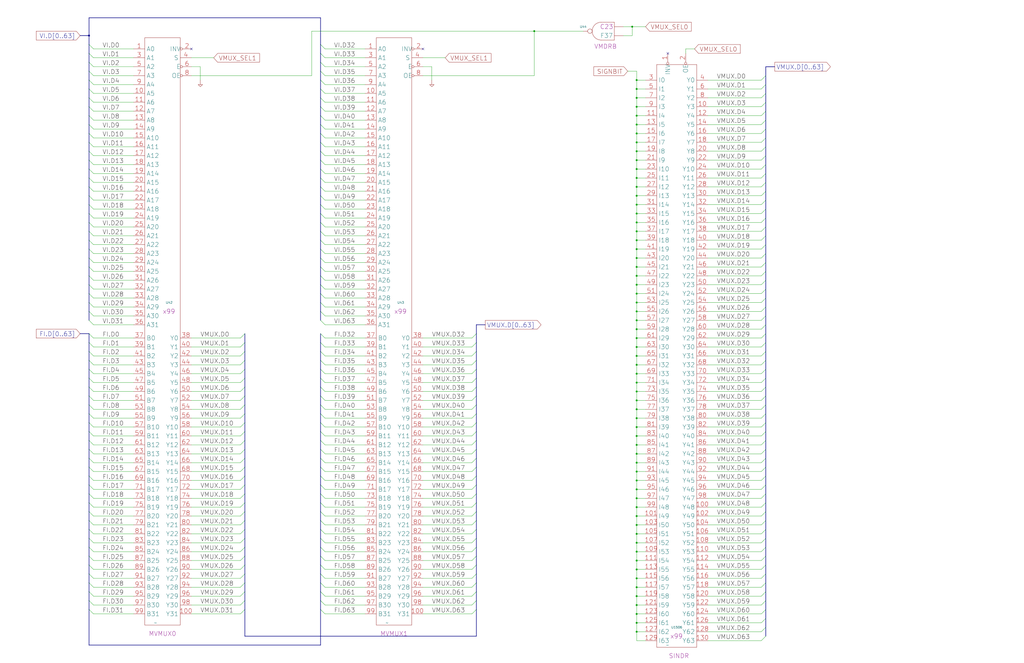
<source format=kicad_sch>
(kicad_sch (version 20230121) (generator eeschema)
  (paper "User" 584.2 378.46)
  (title_block (title "MERGE_VMUX\\nFIU AND VAL PART") (date "20-MAR-90") (rev "1.0") (comment 1 "FIU") (comment 2 "232-003065") (comment 3 "S400") (comment 4 "RELEASED"))
  (junction (at 363.22 243.84))
  (junction (at 363.22 198.12))
  (junction (at 363.22 177.8))
  (junction (at 363.22 152.4))
  (junction (at 363.22 66.04))
  (junction (at 363.22 289.56))
  (junction (at 363.22 325.12))
  (junction (at 363.22 309.88))
  (junction (at 363.22 335.28))
  (junction (at 363.22 213.36))
  (junction (at 363.22 340.36))
  (junction (at 363.22 350.52))
  (junction (at 363.22 320.04))
  (junction (at 363.22 116.84))
  (junction (at 363.22 132.08))
  (junction (at 363.22 223.52))
  (junction (at 363.22 187.96))
  (junction (at 363.22 269.24))
  (junction (at 363.22 182.88))
  (junction (at 360.68 15.24))
  (junction (at 363.22 55.88))
  (junction (at 363.22 162.56))
  (junction (at 363.22 157.48))
  (junction (at 363.22 360.68))
  (junction (at 363.22 172.72))
  (junction (at 363.22 259.08))
  (junction (at 363.22 304.8))
  (junction (at 363.22 208.28))
  (junction (at 50.8 20.32))
  (junction (at 363.22 355.6))
  (junction (at 363.22 233.68))
  (junction (at 363.22 203.2))
  (junction (at 363.22 71.12))
  (junction (at 363.22 86.36))
  (junction (at 363.22 142.24))
  (junction (at 363.22 294.64))
  (junction (at 363.22 127))
  (junction (at 363.22 299.72))
  (junction (at 363.22 147.32))
  (junction (at 363.22 238.76))
  (junction (at 363.22 254))
  (junction (at 363.22 248.92))
  (junction (at 363.22 101.6))
  (junction (at 363.22 50.8))
  (junction (at 363.22 218.44))
  (junction (at 363.22 45.72))
  (junction (at 363.22 137.16))
  (junction (at 363.22 60.96))
  (junction (at 363.22 274.32))
  (junction (at 363.22 314.96))
  (junction (at 363.22 193.04))
  (junction (at 363.22 106.68))
  (junction (at 363.22 76.2))
  (junction (at 363.22 96.52))
  (junction (at 363.22 264.16))
  (junction (at 363.22 91.44))
  (junction (at 363.22 121.92))
  (junction (at 304.8 17.78))
  (junction (at 363.22 279.4))
  (junction (at 363.22 111.76))
  (junction (at 363.22 345.44))
  (junction (at 363.22 167.64))
  (junction (at 363.22 330.2))
  (junction (at 363.22 284.48))
  (junction (at 363.22 81.28))
  (junction (at 363.22 228.6))
  (no_connect (at 241.3 27.94))
  (no_connect (at 381 30.48))
  (no_connect (at 109.22 27.94))
  (bus_entry (at 436.88 220.98) (size -2.54 2.54))
  (bus_entry (at 436.88 322.58) (size -2.54 2.54))
  (bus_entry (at 182.88 190.5) (size 2.54 2.54))
  (bus_entry (at 271.78 251.46) (size -2.54 2.54))
  (bus_entry (at 436.88 144.78) (size -2.54 2.54))
  (bus_entry (at 139.7 271.78) (size -2.54 2.54))
  (bus_entry (at 50.8 231.14) (size 2.54 2.54))
  (bus_entry (at 182.88 55.88) (size 2.54 2.54))
  (bus_entry (at 182.88 45.72) (size 2.54 2.54))
  (bus_entry (at 50.8 307.34) (size 2.54 2.54))
  (bus_entry (at 182.88 251.46) (size 2.54 2.54))
  (bus_entry (at 139.7 215.9) (size -2.54 2.54))
  (bus_entry (at 436.88 134.62) (size -2.54 2.54))
  (bus_entry (at 182.88 246.38) (size 2.54 2.54))
  (bus_entry (at 182.88 241.3) (size 2.54 2.54))
  (bus_entry (at 436.88 99.06) (size -2.54 2.54))
  (bus_entry (at 436.88 312.42) (size -2.54 2.54))
  (bus_entry (at 139.7 231.14) (size -2.54 2.54))
  (bus_entry (at 436.88 261.62) (size -2.54 2.54))
  (bus_entry (at 139.7 281.94) (size -2.54 2.54))
  (bus_entry (at 436.88 236.22) (size -2.54 2.54))
  (bus_entry (at 436.88 63.5) (size -2.54 2.54))
  (bus_entry (at 50.8 167.64) (size 2.54 2.54))
  (bus_entry (at 436.88 353.06) (size -2.54 2.54))
  (bus_entry (at 50.8 215.9) (size 2.54 2.54))
  (bus_entry (at 50.8 35.56) (size 2.54 2.54))
  (bus_entry (at 50.8 261.62) (size 2.54 2.54))
  (bus_entry (at 271.78 317.5) (size -2.54 2.54))
  (bus_entry (at 50.8 50.8) (size 2.54 2.54))
  (bus_entry (at 271.78 195.58) (size -2.54 2.54))
  (bus_entry (at 139.7 236.22) (size -2.54 2.54))
  (bus_entry (at 436.88 175.26) (size -2.54 2.54))
  (bus_entry (at 50.8 132.08) (size 2.54 2.54))
  (bus_entry (at 182.88 35.56) (size 2.54 2.54))
  (bus_entry (at 271.78 337.82) (size -2.54 2.54))
  (bus_entry (at 50.8 172.72) (size 2.54 2.54))
  (bus_entry (at 436.88 327.66) (size -2.54 2.54))
  (bus_entry (at 436.88 363.22) (size -2.54 2.54))
  (bus_entry (at 50.8 162.56) (size 2.54 2.54))
  (bus_entry (at 50.8 147.32) (size 2.54 2.54))
  (bus_entry (at 436.88 109.22) (size -2.54 2.54))
  (bus_entry (at 139.7 190.5) (size -2.54 2.54))
  (bus_entry (at 182.88 307.34) (size 2.54 2.54))
  (bus_entry (at 182.88 256.54) (size 2.54 2.54))
  (bus_entry (at 182.88 86.36) (size 2.54 2.54))
  (bus_entry (at 271.78 347.98) (size -2.54 2.54))
  (bus_entry (at 139.7 195.58) (size -2.54 2.54))
  (bus_entry (at 436.88 154.94) (size -2.54 2.54))
  (bus_entry (at 271.78 256.54) (size -2.54 2.54))
  (bus_entry (at 182.88 106.68) (size 2.54 2.54))
  (bus_entry (at 139.7 261.62) (size -2.54 2.54))
  (bus_entry (at 50.8 142.24) (size 2.54 2.54))
  (bus_entry (at 50.8 152.4) (size 2.54 2.54))
  (bus_entry (at 182.88 172.72) (size 2.54 2.54))
  (bus_entry (at 436.88 276.86) (size -2.54 2.54))
  (bus_entry (at 139.7 337.82) (size -2.54 2.54))
  (bus_entry (at 182.88 132.08) (size 2.54 2.54))
  (bus_entry (at 50.8 106.68) (size 2.54 2.54))
  (bus_entry (at 139.7 251.46) (size -2.54 2.54))
  (bus_entry (at 271.78 327.66) (size -2.54 2.54))
  (bus_entry (at 182.88 287.02) (size 2.54 2.54))
  (bus_entry (at 436.88 195.58) (size -2.54 2.54))
  (bus_entry (at 139.7 292.1) (size -2.54 2.54))
  (bus_entry (at 271.78 302.26) (size -2.54 2.54))
  (bus_entry (at 182.88 81.28) (size 2.54 2.54))
  (bus_entry (at 50.8 256.54) (size 2.54 2.54))
  (bus_entry (at 50.8 246.38) (size 2.54 2.54))
  (bus_entry (at 182.88 312.42) (size 2.54 2.54))
  (bus_entry (at 182.88 167.64) (size 2.54 2.54))
  (bus_entry (at 182.88 76.2) (size 2.54 2.54))
  (bus_entry (at 50.8 86.36) (size 2.54 2.54))
  (bus_entry (at 271.78 226.06) (size -2.54 2.54))
  (bus_entry (at 182.88 347.98) (size 2.54 2.54))
  (bus_entry (at 182.88 292.1) (size 2.54 2.54))
  (bus_entry (at 50.8 60.96) (size 2.54 2.54))
  (bus_entry (at 182.88 231.14) (size 2.54 2.54))
  (bus_entry (at 139.7 266.7) (size -2.54 2.54))
  (bus_entry (at 50.8 347.98) (size 2.54 2.54))
  (bus_entry (at 182.88 182.88) (size 2.54 2.54))
  (bus_entry (at 436.88 139.7) (size -2.54 2.54))
  (bus_entry (at 50.8 292.1) (size 2.54 2.54))
  (bus_entry (at 436.88 246.38) (size -2.54 2.54))
  (bus_entry (at 436.88 104.14) (size -2.54 2.54))
  (bus_entry (at 271.78 281.94) (size -2.54 2.54))
  (bus_entry (at 436.88 256.54) (size -2.54 2.54))
  (bus_entry (at 50.8 81.28) (size 2.54 2.54))
  (bus_entry (at 50.8 55.88) (size 2.54 2.54))
  (bus_entry (at 139.7 312.42) (size -2.54 2.54))
  (bus_entry (at 182.88 327.66) (size 2.54 2.54))
  (bus_entry (at 436.88 302.26) (size -2.54 2.54))
  (bus_entry (at 271.78 210.82) (size -2.54 2.54))
  (bus_entry (at 436.88 124.46) (size -2.54 2.54))
  (bus_entry (at 50.8 157.48) (size 2.54 2.54))
  (bus_entry (at 50.8 127) (size 2.54 2.54))
  (bus_entry (at 436.88 347.98) (size -2.54 2.54))
  (bus_entry (at 271.78 200.66) (size -2.54 2.54))
  (bus_entry (at 182.88 205.74) (size 2.54 2.54))
  (bus_entry (at 50.8 137.16) (size 2.54 2.54))
  (bus_entry (at 50.8 210.82) (size 2.54 2.54))
  (bus_entry (at 50.8 281.94) (size 2.54 2.54))
  (bus_entry (at 50.8 71.12) (size 2.54 2.54))
  (bus_entry (at 436.88 88.9) (size -2.54 2.54))
  (bus_entry (at 271.78 276.86) (size -2.54 2.54))
  (bus_entry (at 271.78 332.74) (size -2.54 2.54))
  (bus_entry (at 182.88 302.26) (size 2.54 2.54))
  (bus_entry (at 50.8 241.3) (size 2.54 2.54))
  (bus_entry (at 182.88 25.4) (size 2.54 2.54))
  (bus_entry (at 50.8 116.84) (size 2.54 2.54))
  (bus_entry (at 271.78 220.98) (size -2.54 2.54))
  (bus_entry (at 436.88 231.14) (size -2.54 2.54))
  (bus_entry (at 436.88 317.5) (size -2.54 2.54))
  (bus_entry (at 139.7 205.74) (size -2.54 2.54))
  (bus_entry (at 271.78 205.74) (size -2.54 2.54))
  (bus_entry (at 139.7 246.38) (size -2.54 2.54))
  (bus_entry (at 182.88 200.66) (size 2.54 2.54))
  (bus_entry (at 50.8 190.5) (size 2.54 2.54))
  (bus_entry (at 139.7 342.9) (size -2.54 2.54))
  (bus_entry (at 50.8 337.82) (size 2.54 2.54))
  (bus_entry (at 182.88 96.52) (size 2.54 2.54))
  (bus_entry (at 182.88 71.12) (size 2.54 2.54))
  (bus_entry (at 50.8 30.48) (size 2.54 2.54))
  (bus_entry (at 271.78 271.78) (size -2.54 2.54))
  (bus_entry (at 436.88 307.34) (size -2.54 2.54))
  (bus_entry (at 139.7 327.66) (size -2.54 2.54))
  (bus_entry (at 436.88 48.26) (size -2.54 2.54))
  (bus_entry (at 436.88 226.06) (size -2.54 2.54))
  (bus_entry (at 182.88 66.04) (size 2.54 2.54))
  (bus_entry (at 182.88 342.9) (size 2.54 2.54))
  (bus_entry (at 50.8 66.04) (size 2.54 2.54))
  (bus_entry (at 182.88 137.16) (size 2.54 2.54))
  (bus_entry (at 50.8 40.64) (size 2.54 2.54))
  (bus_entry (at 271.78 231.14) (size -2.54 2.54))
  (bus_entry (at 271.78 322.58) (size -2.54 2.54))
  (bus_entry (at 139.7 322.58) (size -2.54 2.54))
  (bus_entry (at 50.8 226.06) (size 2.54 2.54))
  (bus_entry (at 50.8 121.92) (size 2.54 2.54))
  (bus_entry (at 182.88 152.4) (size 2.54 2.54))
  (bus_entry (at 139.7 200.66) (size -2.54 2.54))
  (bus_entry (at 182.88 322.58) (size 2.54 2.54))
  (bus_entry (at 436.88 342.9) (size -2.54 2.54))
  (bus_entry (at 271.78 246.38) (size -2.54 2.54))
  (bus_entry (at 182.88 127) (size 2.54 2.54))
  (bus_entry (at 50.8 220.98) (size 2.54 2.54))
  (bus_entry (at 182.88 157.48) (size 2.54 2.54))
  (bus_entry (at 182.88 281.94) (size 2.54 2.54))
  (bus_entry (at 50.8 177.8) (size 2.54 2.54))
  (bus_entry (at 182.88 111.76) (size 2.54 2.54))
  (bus_entry (at 271.78 266.7) (size -2.54 2.54))
  (bus_entry (at 271.78 236.22) (size -2.54 2.54))
  (bus_entry (at 50.8 287.02) (size 2.54 2.54))
  (bus_entry (at 50.8 236.22) (size 2.54 2.54))
  (bus_entry (at 50.8 195.58) (size 2.54 2.54))
  (bus_entry (at 436.88 170.18) (size -2.54 2.54))
  (bus_entry (at 139.7 307.34) (size -2.54 2.54))
  (bus_entry (at 182.88 332.74) (size 2.54 2.54))
  (bus_entry (at 436.88 241.3) (size -2.54 2.54))
  (bus_entry (at 182.88 226.06) (size 2.54 2.54))
  (bus_entry (at 182.88 162.56) (size 2.54 2.54))
  (bus_entry (at 50.8 111.76) (size 2.54 2.54))
  (bus_entry (at 436.88 185.42) (size -2.54 2.54))
  (bus_entry (at 436.88 83.82) (size -2.54 2.54))
  (bus_entry (at 271.78 307.34) (size -2.54 2.54))
  (bus_entry (at 182.88 220.98) (size 2.54 2.54))
  (bus_entry (at 182.88 40.64) (size 2.54 2.54))
  (bus_entry (at 139.7 226.06) (size -2.54 2.54))
  (bus_entry (at 182.88 236.22) (size 2.54 2.54))
  (bus_entry (at 50.8 266.7) (size 2.54 2.54))
  (bus_entry (at 182.88 177.8) (size 2.54 2.54))
  (bus_entry (at 139.7 276.86) (size -2.54 2.54))
  (bus_entry (at 139.7 317.5) (size -2.54 2.54))
  (bus_entry (at 50.8 205.74) (size 2.54 2.54))
  (bus_entry (at 271.78 297.18) (size -2.54 2.54))
  (bus_entry (at 139.7 220.98) (size -2.54 2.54))
  (bus_entry (at 271.78 261.62) (size -2.54 2.54))
  (bus_entry (at 50.8 200.66) (size 2.54 2.54))
  (bus_entry (at 271.78 190.5) (size -2.54 2.54))
  (bus_entry (at 139.7 210.82) (size -2.54 2.54))
  (bus_entry (at 436.88 180.34) (size -2.54 2.54))
  (bus_entry (at 436.88 332.74) (size -2.54 2.54))
  (bus_entry (at 182.88 142.24) (size 2.54 2.54))
  (bus_entry (at 182.88 276.86) (size 2.54 2.54))
  (bus_entry (at 436.88 271.78) (size -2.54 2.54))
  (bus_entry (at 271.78 241.3) (size -2.54 2.54))
  (bus_entry (at 436.88 266.7) (size -2.54 2.54))
  (bus_entry (at 436.88 200.66) (size -2.54 2.54))
  (bus_entry (at 436.88 119.38) (size -2.54 2.54))
  (bus_entry (at 436.88 287.02) (size -2.54 2.54))
  (bus_entry (at 271.78 312.42) (size -2.54 2.54))
  (bus_entry (at 182.88 121.92) (size 2.54 2.54))
  (bus_entry (at 182.88 297.18) (size 2.54 2.54))
  (bus_entry (at 182.88 147.32) (size 2.54 2.54))
  (bus_entry (at 50.8 317.5) (size 2.54 2.54))
  (bus_entry (at 50.8 312.42) (size 2.54 2.54))
  (bus_entry (at 436.88 129.54) (size -2.54 2.54))
  (bus_entry (at 182.88 50.8) (size 2.54 2.54))
  (bus_entry (at 182.88 91.44) (size 2.54 2.54))
  (bus_entry (at 271.78 287.02) (size -2.54 2.54))
  (bus_entry (at 436.88 210.82) (size -2.54 2.54))
  (bus_entry (at 436.88 358.14) (size -2.54 2.54))
  (bus_entry (at 182.88 116.84) (size 2.54 2.54))
  (bus_entry (at 50.8 76.2) (size 2.54 2.54))
  (bus_entry (at 436.88 190.5) (size -2.54 2.54))
  (bus_entry (at 182.88 261.62) (size 2.54 2.54))
  (bus_entry (at 436.88 205.74) (size -2.54 2.54))
  (bus_entry (at 436.88 281.94) (size -2.54 2.54))
  (bus_entry (at 50.8 297.18) (size 2.54 2.54))
  (bus_entry (at 182.88 266.7) (size 2.54 2.54))
  (bus_entry (at 436.88 73.66) (size -2.54 2.54))
  (bus_entry (at 271.78 342.9) (size -2.54 2.54))
  (bus_entry (at 50.8 342.9) (size 2.54 2.54))
  (bus_entry (at 436.88 149.86) (size -2.54 2.54))
  (bus_entry (at 182.88 195.58) (size 2.54 2.54))
  (bus_entry (at 139.7 287.02) (size -2.54 2.54))
  (bus_entry (at 436.88 78.74) (size -2.54 2.54))
  (bus_entry (at 50.8 101.6) (size 2.54 2.54))
  (bus_entry (at 182.88 271.78) (size 2.54 2.54))
  (bus_entry (at 182.88 101.6) (size 2.54 2.54))
  (bus_entry (at 50.8 271.78) (size 2.54 2.54))
  (bus_entry (at 436.88 297.18) (size -2.54 2.54))
  (bus_entry (at 271.78 215.9) (size -2.54 2.54))
  (bus_entry (at 436.88 160.02) (size -2.54 2.54))
  (bus_entry (at 436.88 68.58) (size -2.54 2.54))
  (bus_entry (at 436.88 114.3) (size -2.54 2.54))
  (bus_entry (at 50.8 45.72) (size 2.54 2.54))
  (bus_entry (at 436.88 215.9) (size -2.54 2.54))
  (bus_entry (at 50.8 302.26) (size 2.54 2.54))
  (bus_entry (at 50.8 96.52) (size 2.54 2.54))
  (bus_entry (at 50.8 251.46) (size 2.54 2.54))
  (bus_entry (at 436.88 337.82) (size -2.54 2.54))
  (bus_entry (at 50.8 25.4) (size 2.54 2.54))
  (bus_entry (at 50.8 327.66) (size 2.54 2.54))
  (bus_entry (at 50.8 322.58) (size 2.54 2.54))
  (bus_entry (at 139.7 347.98) (size -2.54 2.54))
  (bus_entry (at 436.88 165.1) (size -2.54 2.54))
  (bus_entry (at 436.88 93.98) (size -2.54 2.54))
  (bus_entry (at 50.8 182.88) (size 2.54 2.54))
  (bus_entry (at 50.8 276.86) (size 2.54 2.54))
  (bus_entry (at 436.88 43.18) (size -2.54 2.54))
  (bus_entry (at 182.88 215.9) (size 2.54 2.54))
  (bus_entry (at 271.78 292.1) (size -2.54 2.54))
  (bus_entry (at 139.7 332.74) (size -2.54 2.54))
  (bus_entry (at 139.7 302.26) (size -2.54 2.54))
  (bus_entry (at 182.88 30.48) (size 2.54 2.54))
  (bus_entry (at 50.8 91.44) (size 2.54 2.54))
  (bus_entry (at 139.7 256.54) (size -2.54 2.54))
  (bus_entry (at 436.88 251.46) (size -2.54 2.54))
  (bus_entry (at 182.88 317.5) (size 2.54 2.54))
  (bus_entry (at 50.8 332.74) (size 2.54 2.54))
  (bus_entry (at 182.88 210.82) (size 2.54 2.54))
  (bus_entry (at 436.88 58.42) (size -2.54 2.54))
  (bus_entry (at 139.7 241.3) (size -2.54 2.54))
  (bus_entry (at 182.88 337.82) (size 2.54 2.54))
  (bus_entry (at 139.7 297.18) (size -2.54 2.54))
  (bus_entry (at 436.88 53.34) (size -2.54 2.54))
  (bus_entry (at 436.88 292.1) (size -2.54 2.54))
  (bus_entry (at 182.88 60.96) (size 2.54 2.54))
  (wire (pts (xy 363.22 238.76) (xy 368.3 238.76)))
  (bus (pts (xy 271.78 256.54) (xy 271.78 251.46)))
  (wire (pts (xy 363.22 314.96) (xy 368.3 314.96)))
  (bus (pts (xy 182.88 25.4) (xy 182.88 30.48)))
  (bus (pts (xy 50.8 10.16) (xy 182.88 10.16)))
  (bus (pts (xy 50.8 137.16) (xy 50.8 142.24)))
  (wire (pts (xy 185.42 254) (xy 208.28 254)))
  (bus (pts (xy 139.7 302.26) (xy 139.7 297.18)))
  (bus (pts (xy 50.8 81.28) (xy 50.8 86.36)))
  (wire (pts (xy 403.86 137.16) (xy 434.34 137.16)))
  (wire (pts (xy 403.86 264.16) (xy 434.34 264.16)))
  (bus (pts (xy 436.88 165.1) (xy 436.88 170.18)))
  (wire (pts (xy 363.22 152.4) (xy 368.3 152.4)))
  (wire (pts (xy 241.3 284.48) (xy 269.24 284.48)))
  (wire (pts (xy 109.22 294.64) (xy 137.16 294.64)))
  (wire (pts (xy 241.3 309.88) (xy 269.24 309.88)))
  (wire (pts (xy 53.34 149.86) (xy 76.2 149.86)))
  (bus (pts (xy 271.78 205.74) (xy 271.78 200.66)))
  (wire (pts (xy 363.22 223.52) (xy 363.22 228.6)))
  (bus (pts (xy 182.88 231.14) (xy 182.88 236.22)))
  (wire (pts (xy 363.22 289.56) (xy 363.22 294.64)))
  (bus (pts (xy 182.88 96.52) (xy 182.88 101.6)))
  (wire (pts (xy 109.22 279.4) (xy 137.16 279.4)))
  (wire (pts (xy 363.22 350.52) (xy 368.3 350.52)))
  (bus (pts (xy 182.88 271.78) (xy 182.88 276.86)))
  (wire (pts (xy 241.3 254) (xy 269.24 254)))
  (wire (pts (xy 53.34 233.68) (xy 76.2 233.68)))
  (wire (pts (xy 185.42 243.84) (xy 208.28 243.84)))
  (bus (pts (xy 50.8 251.46) (xy 50.8 256.54)))
  (wire (pts (xy 109.22 350.52) (xy 137.16 350.52)))
  (bus (pts (xy 50.8 205.74) (xy 50.8 210.82)))
  (wire (pts (xy 363.22 60.96) (xy 363.22 66.04)))
  (wire (pts (xy 185.42 203.2) (xy 208.28 203.2)))
  (wire (pts (xy 53.34 203.2) (xy 76.2 203.2)))
  (bus (pts (xy 182.88 162.56) (xy 182.88 167.64)))
  (bus (pts (xy 50.8 121.92) (xy 50.8 127)))
  (wire (pts (xy 403.86 157.48) (xy 434.34 157.48)))
  (bus (pts (xy 436.88 160.02) (xy 436.88 165.1)))
  (wire (pts (xy 403.86 182.88) (xy 434.34 182.88)))
  (wire (pts (xy 363.22 365.76) (xy 368.3 365.76)))
  (wire (pts (xy 109.22 243.84) (xy 137.16 243.84)))
  (wire (pts (xy 185.42 48.26) (xy 208.28 48.26)))
  (bus (pts (xy 50.8 302.26) (xy 50.8 307.34)))
  (bus (pts (xy 182.88 147.32) (xy 182.88 152.4)))
  (wire (pts (xy 403.86 55.88) (xy 434.34 55.88)))
  (wire (pts (xy 363.22 248.92) (xy 363.22 254)))
  (bus (pts (xy 182.88 127) (xy 182.88 132.08)))
  (wire (pts (xy 53.34 33.02) (xy 76.2 33.02)))
  (wire (pts (xy 241.3 294.64) (xy 269.24 294.64)))
  (bus (pts (xy 271.78 220.98) (xy 271.78 215.9)))
  (bus (pts (xy 436.88 261.62) (xy 436.88 266.7)))
  (wire (pts (xy 403.86 76.2) (xy 434.34 76.2)))
  (wire (pts (xy 53.34 314.96) (xy 76.2 314.96)))
  (wire (pts (xy 363.22 182.88) (xy 368.3 182.88)))
  (wire (pts (xy 53.34 185.42) (xy 76.2 185.42)))
  (bus (pts (xy 271.78 261.62) (xy 271.78 256.54)))
  (wire (pts (xy 363.22 71.12) (xy 368.3 71.12)))
  (bus (pts (xy 139.7 276.86) (xy 139.7 271.78)))
  (wire (pts (xy 403.86 66.04) (xy 434.34 66.04)))
  (bus (pts (xy 50.8 45.72) (xy 50.8 50.8)))
  (wire (pts (xy 403.86 274.32) (xy 434.34 274.32)))
  (bus (pts (xy 182.88 256.54) (xy 182.88 261.62)))
  (wire (pts (xy 241.3 304.8) (xy 269.24 304.8)))
  (bus (pts (xy 436.88 134.62) (xy 436.88 139.7)))
  (bus (pts (xy 50.8 241.3) (xy 50.8 246.38)))
  (bus (pts (xy 139.7 256.54) (xy 139.7 251.46)))
  (bus (pts (xy 139.7 271.78) (xy 139.7 266.7)))
  (wire (pts (xy 241.3 238.76) (xy 269.24 238.76)))
  (wire (pts (xy 363.22 101.6) (xy 368.3 101.6)))
  (bus (pts (xy 182.88 332.74) (xy 182.88 327.66)))
  (wire (pts (xy 53.34 335.28) (xy 76.2 335.28)))
  (bus (pts (xy 182.88 132.08) (xy 182.88 137.16)))
  (wire (pts (xy 403.86 254) (xy 434.34 254)))
  (bus (pts (xy 182.88 91.44) (xy 182.88 96.52)))
  (wire (pts (xy 53.34 104.14) (xy 76.2 104.14)))
  (bus (pts (xy 182.88 215.9) (xy 182.88 210.82)))
  (wire (pts (xy 109.22 269.24) (xy 137.16 269.24)))
  (wire (pts (xy 185.42 269.24) (xy 208.28 269.24)))
  (wire (pts (xy 363.22 71.12) (xy 363.22 76.2)))
  (wire (pts (xy 53.34 58.42) (xy 76.2 58.42)))
  (wire (pts (xy 53.34 88.9) (xy 76.2 88.9)))
  (wire (pts (xy 363.22 203.2) (xy 368.3 203.2)))
  (wire (pts (xy 185.42 180.34) (xy 208.28 180.34)))
  (wire (pts (xy 363.22 55.88) (xy 368.3 55.88)))
  (bus (pts (xy 436.88 241.3) (xy 436.88 246.38)))
  (wire (pts (xy 403.86 187.96) (xy 434.34 187.96)))
  (wire (pts (xy 53.34 279.4) (xy 76.2 279.4)))
  (wire (pts (xy 363.22 284.48) (xy 368.3 284.48)))
  (wire (pts (xy 403.86 259.08) (xy 434.34 259.08)))
  (bus (pts (xy 50.8 91.44) (xy 50.8 96.52)))
  (wire (pts (xy 363.22 152.4) (xy 363.22 157.48)))
  (wire (pts (xy 363.22 147.32) (xy 363.22 152.4)))
  (bus (pts (xy 139.7 347.98) (xy 139.7 363.22)))
  (bus (pts (xy 436.88 220.98) (xy 436.88 226.06)))
  (wire (pts (xy 53.34 259.08) (xy 76.2 259.08)))
  (wire (pts (xy 363.22 335.28) (xy 363.22 340.36)))
  (bus (pts (xy 50.8 246.38) (xy 50.8 251.46)))
  (wire (pts (xy 363.22 340.36) (xy 368.3 340.36)))
  (wire (pts (xy 241.3 340.36) (xy 269.24 340.36)))
  (wire (pts (xy 109.22 325.12) (xy 137.16 325.12)))
  (bus (pts (xy 50.8 147.32) (xy 50.8 152.4)))
  (wire (pts (xy 363.22 304.8) (xy 368.3 304.8)))
  (bus (pts (xy 182.88 30.48) (xy 182.88 35.56)))
  (wire (pts (xy 363.22 193.04) (xy 363.22 198.12)))
  (wire (pts (xy 363.22 360.68) (xy 363.22 365.76)))
  (bus (pts (xy 436.88 68.58) (xy 436.88 73.66)))
  (bus (pts (xy 182.88 266.7) (xy 182.88 261.62)))
  (bus (pts (xy 182.88 251.46) (xy 182.88 246.38)))
  (wire (pts (xy 363.22 274.32) (xy 368.3 274.32)))
  (bus (pts (xy 271.78 195.58) (xy 271.78 190.5)))
  (bus (pts (xy 50.8 111.76) (xy 50.8 116.84)))
  (wire (pts (xy 363.22 142.24) (xy 368.3 142.24)))
  (wire (pts (xy 53.34 175.26) (xy 76.2 175.26)))
  (wire (pts (xy 403.86 116.84) (xy 434.34 116.84)))
  (wire (pts (xy 185.42 248.92) (xy 208.28 248.92)))
  (bus (pts (xy 436.88 205.74) (xy 436.88 210.82)))
  (bus (pts (xy 50.8 256.54) (xy 50.8 261.62)))
  (wire (pts (xy 403.86 284.48) (xy 434.34 284.48)))
  (wire (pts (xy 185.42 223.52) (xy 208.28 223.52)))
  (wire (pts (xy 53.34 160.02) (xy 76.2 160.02)))
  (wire (pts (xy 53.34 134.62) (xy 76.2 134.62)))
  (wire (pts (xy 185.42 175.26) (xy 208.28 175.26)))
  (bus (pts (xy 182.88 111.76) (xy 182.88 116.84)))
  (bus (pts (xy 50.8 106.68) (xy 50.8 111.76)))
  (bus (pts (xy 436.88 175.26) (xy 436.88 180.34)))
  (bus (pts (xy 182.88 302.26) (xy 182.88 307.34)))
  (bus (pts (xy 436.88 149.86) (xy 436.88 154.94)))
  (bus (pts (xy 271.78 215.9) (xy 271.78 210.82)))
  (bus (pts (xy 139.7 236.22) (xy 139.7 231.14)))
  (wire (pts (xy 241.3 269.24) (xy 269.24 269.24)))
  (wire (pts (xy 403.86 152.4) (xy 434.34 152.4)))
  (wire (pts (xy 185.42 213.36) (xy 208.28 213.36)))
  (wire (pts (xy 363.22 274.32) (xy 363.22 279.4)))
  (wire (pts (xy 185.42 264.16) (xy 208.28 264.16)))
  (bus (pts (xy 139.7 347.98) (xy 139.7 342.9)))
  (wire (pts (xy 53.34 180.34) (xy 76.2 180.34)))
  (wire (pts (xy 109.22 304.8) (xy 137.16 304.8)))
  (wire (pts (xy 363.22 330.2) (xy 363.22 335.28)))
  (wire (pts (xy 403.86 172.72) (xy 434.34 172.72)))
  (bus (pts (xy 50.8 215.9) (xy 50.8 220.98)))
  (bus (pts (xy 182.88 292.1) (xy 182.88 297.18)))
  (wire (pts (xy 109.22 259.08) (xy 137.16 259.08)))
  (wire (pts (xy 403.86 50.8) (xy 434.34 50.8)))
  (bus (pts (xy 271.78 185.42) (xy 271.78 190.5)))
  (bus (pts (xy 271.78 342.9) (xy 271.78 337.82)))
  (wire (pts (xy 185.42 304.8) (xy 208.28 304.8)))
  (wire (pts (xy 109.22 218.44) (xy 137.16 218.44)))
  (wire (pts (xy 403.86 294.64) (xy 434.34 294.64)))
  (wire (pts (xy 363.22 91.44) (xy 368.3 91.44)))
  (wire (pts (xy 363.22 360.68) (xy 368.3 360.68)))
  (bus (pts (xy 441.96 38.1) (xy 436.88 38.1)))
  (bus (pts (xy 436.88 327.66) (xy 436.88 332.74)))
  (wire (pts (xy 185.42 144.78) (xy 208.28 144.78)))
  (wire (pts (xy 241.3 43.18) (xy 304.8 43.18)))
  (wire (pts (xy 53.34 38.1) (xy 76.2 38.1)))
  (wire (pts (xy 403.86 340.36) (xy 434.34 340.36)))
  (wire (pts (xy 363.22 116.84) (xy 363.22 121.92)))
  (wire (pts (xy 53.34 139.7) (xy 76.2 139.7)))
  (bus (pts (xy 139.7 241.3) (xy 139.7 236.22)))
  (bus (pts (xy 182.88 220.98) (xy 182.88 226.06)))
  (wire (pts (xy 185.42 104.14) (xy 208.28 104.14)))
  (wire (pts (xy 363.22 335.28) (xy 368.3 335.28)))
  (bus (pts (xy 182.88 60.96) (xy 182.88 66.04)))
  (bus (pts (xy 50.8 332.74) (xy 50.8 337.82)))
  (wire (pts (xy 53.34 99.06) (xy 76.2 99.06)))
  (wire (pts (xy 185.42 27.94) (xy 208.28 27.94)))
  (bus (pts (xy 436.88 210.82) (xy 436.88 215.9)))
  (bus (pts (xy 276.86 185.42) (xy 271.78 185.42)))
  (wire (pts (xy 403.86 228.6) (xy 434.34 228.6)))
  (bus (pts (xy 271.78 251.46) (xy 271.78 246.38)))
  (bus (pts (xy 436.88 48.26) (xy 436.88 53.34)))
  (wire (pts (xy 53.34 228.6) (xy 76.2 228.6)))
  (bus (pts (xy 271.78 236.22) (xy 271.78 231.14)))
  (wire (pts (xy 403.86 111.76) (xy 434.34 111.76)))
  (bus (pts (xy 182.88 312.42) (xy 182.88 317.5)))
  (wire (pts (xy 363.22 350.52) (xy 363.22 355.6)))
  (wire (pts (xy 185.42 119.38) (xy 208.28 119.38)))
  (bus (pts (xy 436.88 99.06) (xy 436.88 104.14)))
  (bus (pts (xy 139.7 226.06) (xy 139.7 220.98)))
  (wire (pts (xy 363.22 111.76) (xy 368.3 111.76)))
  (bus (pts (xy 50.8 190.5) (xy 50.8 195.58)))
  (bus (pts (xy 50.8 172.72) (xy 50.8 177.8)))
  (wire (pts (xy 114.3 45.72) (xy 114.3 38.1)))
  (wire (pts (xy 403.86 91.44) (xy 434.34 91.44)))
  (bus (pts (xy 182.88 66.04) (xy 182.88 71.12)))
  (wire (pts (xy 53.34 73.66) (xy 76.2 73.66)))
  (wire (pts (xy 185.42 325.12) (xy 208.28 325.12)))
  (wire (pts (xy 363.22 162.56) (xy 368.3 162.56)))
  (bus (pts (xy 139.7 317.5) (xy 139.7 312.42)))
  (wire (pts (xy 185.42 68.58) (xy 208.28 68.58)))
  (wire (pts (xy 241.3 228.6) (xy 269.24 228.6)))
  (bus (pts (xy 182.88 322.58) (xy 182.88 327.66)))
  (bus (pts (xy 182.88 231.14) (xy 182.88 226.06)))
  (wire (pts (xy 241.3 264.16) (xy 269.24 264.16)))
  (wire (pts (xy 363.22 269.24) (xy 363.22 274.32)))
  (bus (pts (xy 271.78 363.22) (xy 271.78 347.98)))
  (bus (pts (xy 50.8 35.56) (xy 50.8 40.64)))
  (wire (pts (xy 403.86 360.68) (xy 434.34 360.68)))
  (wire (pts (xy 185.42 114.3) (xy 208.28 114.3)))
  (wire (pts (xy 241.3 33.02) (xy 254 33.02)))
  (bus (pts (xy 50.8 96.52) (xy 50.8 101.6)))
  (wire (pts (xy 241.3 223.52) (xy 269.24 223.52)))
  (bus (pts (xy 271.78 246.38) (xy 271.78 241.3)))
  (wire (pts (xy 363.22 96.52) (xy 368.3 96.52)))
  (wire (pts (xy 185.42 73.66) (xy 208.28 73.66)))
  (wire (pts (xy 53.34 304.8) (xy 76.2 304.8)))
  (bus (pts (xy 271.78 337.82) (xy 271.78 332.74)))
  (wire (pts (xy 109.22 233.68) (xy 137.16 233.68)))
  (wire (pts (xy 241.3 299.72) (xy 269.24 299.72)))
  (bus (pts (xy 436.88 144.78) (xy 436.88 149.86)))
  (wire (pts (xy 53.34 248.92) (xy 76.2 248.92)))
  (wire (pts (xy 185.42 198.12) (xy 208.28 198.12)))
  (bus (pts (xy 50.8 368.3) (xy 182.88 368.3)))
  (bus (pts (xy 182.88 10.16) (xy 182.88 25.4)))
  (wire (pts (xy 363.22 81.28) (xy 368.3 81.28)))
  (wire (pts (xy 185.42 160.02) (xy 208.28 160.02)))
  (wire (pts (xy 403.86 127) (xy 434.34 127)))
  (wire (pts (xy 403.86 335.28) (xy 434.34 335.28)))
  (wire (pts (xy 403.86 142.24) (xy 434.34 142.24)))
  (bus (pts (xy 436.88 180.34) (xy 436.88 185.42)))
  (bus (pts (xy 50.8 322.58) (xy 50.8 327.66)))
  (wire (pts (xy 363.22 320.04) (xy 363.22 325.12)))
  (wire (pts (xy 403.86 248.92) (xy 434.34 248.92)))
  (bus (pts (xy 50.8 142.24) (xy 50.8 147.32)))
  (bus (pts (xy 50.8 347.98) (xy 50.8 368.3)))
  (wire (pts (xy 363.22 167.64) (xy 363.22 172.72)))
  (bus (pts (xy 271.78 231.14) (xy 271.78 226.06)))
  (wire (pts (xy 185.42 314.96) (xy 208.28 314.96)))
  (wire (pts (xy 241.3 213.36) (xy 269.24 213.36)))
  (bus (pts (xy 436.88 317.5) (xy 436.88 322.58)))
  (wire (pts (xy 363.22 127) (xy 363.22 132.08)))
  (wire (pts (xy 109.22 33.02) (xy 121.92 33.02)))
  (wire (pts (xy 363.22 218.44) (xy 363.22 223.52)))
  (wire (pts (xy 363.22 96.52) (xy 363.22 101.6)))
  (bus (pts (xy 50.8 236.22) (xy 50.8 241.3)))
  (wire (pts (xy 363.22 355.6) (xy 368.3 355.6)))
  (bus (pts (xy 139.7 261.62) (xy 139.7 256.54)))
  (wire (pts (xy 403.86 309.88) (xy 434.34 309.88)))
  (bus (pts (xy 436.88 281.94) (xy 436.88 287.02)))
  (bus (pts (xy 182.88 292.1) (xy 182.88 287.02)))
  (wire (pts (xy 363.22 187.96) (xy 368.3 187.96)))
  (wire (pts (xy 363.22 132.08) (xy 368.3 132.08)))
  (wire (pts (xy 363.22 157.48) (xy 363.22 162.56)))
  (wire (pts (xy 53.34 93.98) (xy 76.2 93.98)))
  (bus (pts (xy 182.88 276.86) (xy 182.88 281.94)))
  (bus (pts (xy 436.88 139.7) (xy 436.88 144.78)))
  (bus (pts (xy 436.88 124.46) (xy 436.88 129.54)))
  (wire (pts (xy 403.86 203.2) (xy 434.34 203.2)))
  (bus (pts (xy 271.78 210.82) (xy 271.78 205.74)))
  (wire (pts (xy 363.22 355.6) (xy 363.22 360.68)))
  (wire (pts (xy 363.22 127) (xy 368.3 127)))
  (wire (pts (xy 109.22 314.96) (xy 137.16 314.96)))
  (bus (pts (xy 139.7 200.66) (xy 139.7 195.58)))
  (wire (pts (xy 53.34 193.04) (xy 76.2 193.04)))
  (bus (pts (xy 436.88 185.42) (xy 436.88 190.5)))
  (wire (pts (xy 403.86 330.2) (xy 434.34 330.2)))
  (wire (pts (xy 368.3 15.24) (xy 360.68 15.24)))
  (wire (pts (xy 403.86 177.8) (xy 434.34 177.8)))
  (bus (pts (xy 50.8 30.48) (xy 50.8 35.56)))
  (wire (pts (xy 53.34 208.28) (xy 76.2 208.28)))
  (bus (pts (xy 436.88 342.9) (xy 436.88 347.98)))
  (bus (pts (xy 436.88 292.1) (xy 436.88 297.18)))
  (wire (pts (xy 355.6 20.32) (xy 360.68 20.32)))
  (wire (pts (xy 185.42 139.7) (xy 208.28 139.7)))
  (bus (pts (xy 436.88 154.94) (xy 436.88 160.02)))
  (bus (pts (xy 50.8 266.7) (xy 50.8 271.78)))
  (wire (pts (xy 53.34 78.74) (xy 76.2 78.74)))
  (bus (pts (xy 50.8 60.96) (xy 50.8 66.04)))
  (bus (pts (xy 182.88 116.84) (xy 182.88 121.92)))
  (bus (pts (xy 50.8 162.56) (xy 50.8 167.64)))
  (bus (pts (xy 271.78 302.26) (xy 271.78 297.18)))
  (bus (pts (xy 436.88 109.22) (xy 436.88 114.3)))
  (bus (pts (xy 271.78 297.18) (xy 271.78 292.1)))
  (bus (pts (xy 182.88 177.8) (xy 182.88 182.88)))
  (wire (pts (xy 304.8 17.78) (xy 177.8 17.78)))
  (bus (pts (xy 436.88 78.74) (xy 436.88 83.82)))
  (wire (pts (xy 241.3 330.2) (xy 269.24 330.2)))
  (wire (pts (xy 363.22 203.2) (xy 363.22 208.28)))
  (bus (pts (xy 139.7 195.58) (xy 139.7 190.5)))
  (wire (pts (xy 363.22 208.28) (xy 368.3 208.28)))
  (wire (pts (xy 185.42 340.36) (xy 208.28 340.36)))
  (bus (pts (xy 139.7 292.1) (xy 139.7 287.02)))
  (bus (pts (xy 50.8 20.32) (xy 50.8 10.16)))
  (wire (pts (xy 363.22 50.8) (xy 368.3 50.8)))
  (wire (pts (xy 363.22 233.68) (xy 368.3 233.68)))
  (bus (pts (xy 271.78 276.86) (xy 271.78 271.78)))
  (bus (pts (xy 436.88 231.14) (xy 436.88 236.22)))
  (wire (pts (xy 363.22 86.36) (xy 363.22 91.44)))
  (wire (pts (xy 109.22 340.36) (xy 137.16 340.36)))
  (bus (pts (xy 50.8 20.32) (xy 50.8 25.4)))
  (wire (pts (xy 363.22 243.84) (xy 368.3 243.84)))
  (bus (pts (xy 139.7 246.38) (xy 139.7 241.3)))
  (wire (pts (xy 241.3 350.52) (xy 269.24 350.52)))
  (wire (pts (xy 53.34 218.44) (xy 76.2 218.44)))
  (bus (pts (xy 139.7 363.22) (xy 271.78 363.22)))
  (wire (pts (xy 363.22 121.92) (xy 363.22 127)))
  (wire (pts (xy 53.34 48.26) (xy 76.2 48.26)))
  (bus (pts (xy 436.88 129.54) (xy 436.88 134.62)))
  (wire (pts (xy 241.3 208.28) (xy 269.24 208.28)))
  (wire (pts (xy 246.38 45.72) (xy 246.38 38.1)))
  (wire (pts (xy 363.22 50.8) (xy 363.22 55.88)))
  (wire (pts (xy 177.8 43.18) (xy 109.22 43.18)))
  (wire (pts (xy 363.22 320.04) (xy 368.3 320.04)))
  (wire (pts (xy 53.34 109.22) (xy 76.2 109.22)))
  (bus (pts (xy 45.72 190.5) (xy 50.8 190.5)))
  (bus (pts (xy 45.72 20.32) (xy 50.8 20.32)))
  (wire (pts (xy 363.22 254) (xy 363.22 259.08)))
  (bus (pts (xy 50.8 312.42) (xy 50.8 317.5)))
  (bus (pts (xy 139.7 327.66) (xy 139.7 322.58)))
  (wire (pts (xy 363.22 289.56) (xy 368.3 289.56)))
  (wire (pts (xy 363.22 294.64) (xy 368.3 294.64)))
  (bus (pts (xy 50.8 167.64) (xy 50.8 172.72)))
  (wire (pts (xy 363.22 233.68) (xy 363.22 238.76)))
  (wire (pts (xy 391.16 27.94) (xy 396.24 27.94)))
  (bus (pts (xy 50.8 327.66) (xy 50.8 332.74)))
  (bus (pts (xy 436.88 104.14) (xy 436.88 109.22)))
  (bus (pts (xy 436.88 297.18) (xy 436.88 302.26)))
  (bus (pts (xy 436.88 195.58) (xy 436.88 200.66)))
  (bus (pts (xy 182.88 167.64) (xy 182.88 172.72)))
  (wire (pts (xy 363.22 40.64) (xy 363.22 45.72)))
  (bus (pts (xy 50.8 261.62) (xy 50.8 266.7)))
  (bus (pts (xy 436.88 236.22) (xy 436.88 241.3)))
  (wire (pts (xy 53.34 320.04) (xy 76.2 320.04)))
  (wire (pts (xy 363.22 55.88) (xy 363.22 60.96)))
  (bus (pts (xy 271.78 241.3) (xy 271.78 236.22)))
  (bus (pts (xy 182.88 101.6) (xy 182.88 106.68)))
  (bus (pts (xy 182.88 236.22) (xy 182.88 241.3)))
  (wire (pts (xy 109.22 228.6) (xy 137.16 228.6)))
  (wire (pts (xy 185.42 218.44) (xy 208.28 218.44)))
  (bus (pts (xy 50.8 337.82) (xy 50.8 342.9)))
  (bus (pts (xy 182.88 157.48) (xy 182.88 162.56)))
  (bus (pts (xy 436.88 287.02) (xy 436.88 292.1)))
  (wire (pts (xy 241.3 325.12) (xy 269.24 325.12)))
  (wire (pts (xy 53.34 243.84) (xy 76.2 243.84)))
  (bus (pts (xy 50.8 55.88) (xy 50.8 60.96)))
  (wire (pts (xy 53.34 325.12) (xy 76.2 325.12)))
  (bus (pts (xy 436.88 337.82) (xy 436.88 342.9)))
  (bus (pts (xy 271.78 342.9) (xy 271.78 347.98)))
  (bus (pts (xy 50.8 276.86) (xy 50.8 281.94)))
  (bus (pts (xy 139.7 337.82) (xy 139.7 332.74)))
  (wire (pts (xy 363.22 177.8) (xy 368.3 177.8)))
  (bus (pts (xy 271.78 271.78) (xy 271.78 266.7)))
  (wire (pts (xy 363.22 66.04) (xy 363.22 71.12)))
  (bus (pts (xy 50.8 66.04) (xy 50.8 71.12)))
  (wire (pts (xy 53.34 129.54) (xy 76.2 129.54)))
  (wire (pts (xy 403.86 96.52) (xy 434.34 96.52)))
  (wire (pts (xy 363.22 208.28) (xy 363.22 213.36)))
  (bus (pts (xy 436.88 63.5) (xy 436.88 68.58)))
  (wire (pts (xy 246.38 38.1) (xy 241.3 38.1)))
  (wire (pts (xy 53.34 154.94) (xy 76.2 154.94)))
  (wire (pts (xy 185.42 53.34) (xy 208.28 53.34)))
  (wire (pts (xy 363.22 76.2) (xy 363.22 81.28)))
  (bus (pts (xy 139.7 297.18) (xy 139.7 292.1)))
  (bus (pts (xy 271.78 292.1) (xy 271.78 287.02)))
  (wire (pts (xy 109.22 203.2) (xy 137.16 203.2)))
  (wire (pts (xy 109.22 208.28) (xy 137.16 208.28)))
  (wire (pts (xy 363.22 325.12) (xy 368.3 325.12)))
  (bus (pts (xy 436.88 73.66) (xy 436.88 78.74)))
  (wire (pts (xy 185.42 284.48) (xy 208.28 284.48)))
  (wire (pts (xy 109.22 320.04) (xy 137.16 320.04)))
  (wire (pts (xy 363.22 345.44) (xy 363.22 350.52)))
  (wire (pts (xy 363.22 228.6) (xy 368.3 228.6)))
  (wire (pts (xy 403.86 167.64) (xy 434.34 167.64)))
  (wire (pts (xy 109.22 264.16) (xy 137.16 264.16)))
  (bus (pts (xy 271.78 317.5) (xy 271.78 312.42)))
  (wire (pts (xy 185.42 289.56) (xy 208.28 289.56)))
  (wire (pts (xy 403.86 162.56) (xy 434.34 162.56)))
  (bus (pts (xy 139.7 287.02) (xy 139.7 281.94)))
  (wire (pts (xy 363.22 106.68) (xy 363.22 111.76)))
  (wire (pts (xy 403.86 279.4) (xy 434.34 279.4)))
  (wire (pts (xy 403.86 218.44) (xy 434.34 218.44)))
  (wire (pts (xy 363.22 81.28) (xy 363.22 86.36)))
  (bus (pts (xy 50.8 132.08) (xy 50.8 137.16)))
  (bus (pts (xy 182.88 35.56) (xy 182.88 40.64)))
  (wire (pts (xy 363.22 314.96) (xy 363.22 320.04)))
  (wire (pts (xy 109.22 335.28) (xy 137.16 335.28)))
  (bus (pts (xy 139.7 332.74) (xy 139.7 327.66)))
  (wire (pts (xy 363.22 177.8) (xy 363.22 182.88)))
  (wire (pts (xy 360.68 20.32) (xy 360.68 15.24)))
  (wire (pts (xy 53.34 119.38) (xy 76.2 119.38)))
  (wire (pts (xy 109.22 254) (xy 137.16 254)))
  (wire (pts (xy 53.34 284.48) (xy 76.2 284.48)))
  (wire (pts (xy 363.22 187.96) (xy 363.22 193.04)))
  (bus (pts (xy 271.78 281.94) (xy 271.78 276.86)))
  (wire (pts (xy 185.42 320.04) (xy 208.28 320.04)))
  (wire (pts (xy 363.22 284.48) (xy 363.22 289.56)))
  (bus (pts (xy 182.88 45.72) (xy 182.88 50.8)))
  (wire (pts (xy 53.34 83.82) (xy 76.2 83.82)))
  (wire (pts (xy 53.34 68.58) (xy 76.2 68.58)))
  (wire (pts (xy 403.86 60.96) (xy 434.34 60.96)))
  (wire (pts (xy 403.86 208.28) (xy 434.34 208.28)))
  (wire (pts (xy 185.42 330.2) (xy 208.28 330.2)))
  (wire (pts (xy 185.42 228.6) (xy 208.28 228.6)))
  (wire (pts (xy 185.42 299.72) (xy 208.28 299.72)))
  (wire (pts (xy 185.42 88.9) (xy 208.28 88.9)))
  (bus (pts (xy 436.88 119.38) (xy 436.88 124.46)))
  (wire (pts (xy 185.42 309.88) (xy 208.28 309.88)))
  (bus (pts (xy 50.8 287.02) (xy 50.8 292.1)))
  (wire (pts (xy 185.42 43.18) (xy 208.28 43.18)))
  (bus (pts (xy 50.8 226.06) (xy 50.8 231.14)))
  (wire (pts (xy 109.22 274.32) (xy 137.16 274.32)))
  (wire (pts (xy 363.22 254) (xy 368.3 254)))
  (wire (pts (xy 363.22 218.44) (xy 368.3 218.44)))
  (bus (pts (xy 50.8 177.8) (xy 50.8 182.88)))
  (wire (pts (xy 185.42 83.82) (xy 208.28 83.82)))
  (wire (pts (xy 185.42 259.08) (xy 208.28 259.08)))
  (wire (pts (xy 363.22 193.04) (xy 368.3 193.04)))
  (bus (pts (xy 182.88 210.82) (xy 182.88 205.74)))
  (bus (pts (xy 182.88 172.72) (xy 182.88 177.8)))
  (wire (pts (xy 109.22 223.52) (xy 137.16 223.52)))
  (wire (pts (xy 403.86 320.04) (xy 434.34 320.04)))
  (wire (pts (xy 403.86 86.36) (xy 434.34 86.36)))
  (bus (pts (xy 50.8 292.1) (xy 50.8 297.18)))
  (bus (pts (xy 50.8 342.9) (xy 50.8 347.98)))
  (bus (pts (xy 436.88 226.06) (xy 436.88 231.14)))
  (wire (pts (xy 360.68 15.24) (xy 355.6 15.24)))
  (wire (pts (xy 241.3 259.08) (xy 269.24 259.08)))
  (wire (pts (xy 363.22 213.36) (xy 363.22 218.44)))
  (wire (pts (xy 53.34 294.64) (xy 76.2 294.64)))
  (wire (pts (xy 53.34 165.1) (xy 76.2 165.1)))
  (wire (pts (xy 53.34 254) (xy 76.2 254)))
  (wire (pts (xy 109.22 198.12) (xy 137.16 198.12)))
  (wire (pts (xy 109.22 345.44) (xy 137.16 345.44)))
  (wire (pts (xy 363.22 167.64) (xy 368.3 167.64)))
  (bus (pts (xy 182.88 215.9) (xy 182.88 220.98)))
  (wire (pts (xy 358.14 40.64) (xy 363.22 40.64)))
  (bus (pts (xy 50.8 152.4) (xy 50.8 157.48)))
  (wire (pts (xy 363.22 157.48) (xy 368.3 157.48)))
  (bus (pts (xy 436.88 190.5) (xy 436.88 195.58)))
  (wire (pts (xy 53.34 289.56) (xy 76.2 289.56)))
  (bus (pts (xy 436.88 312.42) (xy 436.88 317.5)))
  (wire (pts (xy 185.42 38.1) (xy 208.28 38.1)))
  (wire (pts (xy 363.22 299.72) (xy 363.22 304.8)))
  (bus (pts (xy 50.8 40.64) (xy 50.8 45.72)))
  (bus (pts (xy 50.8 231.14) (xy 50.8 236.22)))
  (bus (pts (xy 436.88 266.7) (xy 436.88 271.78)))
  (wire (pts (xy 53.34 299.72) (xy 76.2 299.72)))
  (wire (pts (xy 185.42 233.68) (xy 208.28 233.68)))
  (wire (pts (xy 109.22 238.76) (xy 137.16 238.76)))
  (wire (pts (xy 403.86 314.96) (xy 434.34 314.96)))
  (wire (pts (xy 363.22 259.08) (xy 368.3 259.08)))
  (wire (pts (xy 363.22 264.16) (xy 363.22 269.24)))
  (wire (pts (xy 363.22 111.76) (xy 363.22 116.84)))
  (wire (pts (xy 53.34 144.78) (xy 76.2 144.78)))
  (bus (pts (xy 139.7 322.58) (xy 139.7 317.5)))
  (wire (pts (xy 403.86 238.76) (xy 434.34 238.76)))
  (wire (pts (xy 403.86 45.72) (xy 434.34 45.72)))
  (bus (pts (xy 139.7 342.9) (xy 139.7 337.82)))
  (bus (pts (xy 436.88 93.98) (xy 436.88 99.06)))
  (wire (pts (xy 185.42 170.18) (xy 208.28 170.18)))
  (bus (pts (xy 139.7 266.7) (xy 139.7 261.62)))
  (wire (pts (xy 403.86 345.44) (xy 434.34 345.44)))
  (bus (pts (xy 436.88 353.06) (xy 436.88 358.14)))
  (wire (pts (xy 185.42 149.86) (xy 208.28 149.86)))
  (bus (pts (xy 182.88 190.5) (xy 182.88 195.58)))
  (wire (pts (xy 109.22 289.56) (xy 137.16 289.56)))
  (bus (pts (xy 182.88 50.8) (xy 182.88 55.88)))
  (wire (pts (xy 363.22 60.96) (xy 368.3 60.96)))
  (wire (pts (xy 403.86 325.12) (xy 434.34 325.12)))
  (wire (pts (xy 241.3 345.44) (xy 269.24 345.44)))
  (bus (pts (xy 182.88 121.92) (xy 182.88 127)))
  (wire (pts (xy 363.22 279.4) (xy 363.22 284.48)))
  (wire (pts (xy 363.22 294.64) (xy 363.22 299.72)))
  (wire (pts (xy 363.22 299.72) (xy 368.3 299.72)))
  (bus (pts (xy 182.88 200.66) (xy 182.88 205.74)))
  (wire (pts (xy 185.42 208.28) (xy 208.28 208.28)))
  (wire (pts (xy 241.3 198.12) (xy 269.24 198.12)))
  (wire (pts (xy 363.22 132.08) (xy 363.22 137.16)))
  (wire (pts (xy 241.3 320.04) (xy 269.24 320.04)))
  (wire (pts (xy 109.22 213.36) (xy 137.16 213.36)))
  (bus (pts (xy 50.8 317.5) (xy 50.8 322.58)))
  (wire (pts (xy 241.3 203.2) (xy 269.24 203.2)))
  (wire (pts (xy 363.22 264.16) (xy 368.3 264.16)))
  (bus (pts (xy 139.7 205.74) (xy 139.7 200.66)))
  (bus (pts (xy 50.8 271.78) (xy 50.8 276.86)))
  (wire (pts (xy 363.22 137.16) (xy 368.3 137.16)))
  (wire (pts (xy 241.3 233.68) (xy 269.24 233.68)))
  (bus (pts (xy 182.88 152.4) (xy 182.88 157.48)))
  (bus (pts (xy 182.88 86.36) (xy 182.88 91.44)))
  (wire (pts (xy 241.3 248.92) (xy 269.24 248.92)))
  (bus (pts (xy 139.7 231.14) (xy 139.7 226.06)))
  (wire (pts (xy 53.34 213.36) (xy 76.2 213.36)))
  (wire (pts (xy 53.34 27.94) (xy 76.2 27.94)))
  (wire (pts (xy 53.34 63.5) (xy 76.2 63.5)))
  (wire (pts (xy 403.86 350.52) (xy 434.34 350.52)))
  (wire (pts (xy 403.86 71.12) (xy 434.34 71.12)))
  (wire (pts (xy 363.22 66.04) (xy 368.3 66.04)))
  (wire (pts (xy 241.3 193.04) (xy 269.24 193.04)))
  (bus (pts (xy 50.8 200.66) (xy 50.8 205.74)))
  (wire (pts (xy 109.22 299.72) (xy 137.16 299.72)))
  (wire (pts (xy 241.3 274.32) (xy 269.24 274.32)))
  (wire (pts (xy 363.22 91.44) (xy 363.22 96.52)))
  (wire (pts (xy 53.34 309.88) (xy 76.2 309.88)))
  (bus (pts (xy 436.88 53.34) (xy 436.88 58.42)))
  (wire (pts (xy 363.22 325.12) (xy 363.22 330.2)))
  (wire (pts (xy 53.34 124.46) (xy 76.2 124.46)))
  (wire (pts (xy 53.34 223.52) (xy 76.2 223.52)))
  (wire (pts (xy 185.42 154.94) (xy 208.28 154.94)))
  (bus (pts (xy 271.78 266.7) (xy 271.78 261.62)))
  (wire (pts (xy 403.86 304.8) (xy 434.34 304.8)))
  (wire (pts (xy 114.3 38.1) (xy 109.22 38.1)))
  (bus (pts (xy 436.88 114.3) (xy 436.88 119.38)))
  (bus (pts (xy 271.78 200.66) (xy 271.78 195.58)))
  (bus (pts (xy 182.88 71.12) (xy 182.88 76.2)))
  (bus (pts (xy 50.8 25.4) (xy 50.8 30.48)))
  (bus (pts (xy 50.8 116.84) (xy 50.8 121.92)))
  (wire (pts (xy 363.22 137.16) (xy 363.22 142.24)))
  (bus (pts (xy 50.8 297.18) (xy 50.8 302.26)))
  (wire (pts (xy 185.42 109.22) (xy 208.28 109.22)))
  (wire (pts (xy 403.86 193.04) (xy 434.34 193.04)))
  (wire (pts (xy 185.42 58.42) (xy 208.28 58.42)))
  (bus (pts (xy 139.7 251.46) (xy 139.7 246.38)))
  (bus (pts (xy 182.88 342.9) (xy 182.88 347.98)))
  (wire (pts (xy 53.34 43.18) (xy 76.2 43.18)))
  (wire (pts (xy 241.3 279.4) (xy 269.24 279.4)))
  (wire (pts (xy 363.22 243.84) (xy 363.22 248.92)))
  (wire (pts (xy 53.34 340.36) (xy 76.2 340.36)))
  (bus (pts (xy 436.88 307.34) (xy 436.88 312.42)))
  (wire (pts (xy 363.22 248.92) (xy 368.3 248.92)))
  (wire (pts (xy 332.74 17.78) (xy 304.8 17.78)))
  (wire (pts (xy 363.22 116.84) (xy 368.3 116.84)))
  (bus (pts (xy 139.7 281.94) (xy 139.7 276.86)))
  (bus (pts (xy 182.88 317.5) (xy 182.88 322.58)))
  (wire (pts (xy 109.22 309.88) (xy 137.16 309.88)))
  (wire (pts (xy 363.22 45.72) (xy 368.3 45.72)))
  (wire (pts (xy 177.8 17.78) (xy 177.8 43.18)))
  (wire (pts (xy 185.42 335.28) (xy 208.28 335.28)))
  (bus (pts (xy 436.88 332.74) (xy 436.88 337.82)))
  (bus (pts (xy 271.78 312.42) (xy 271.78 307.34)))
  (wire (pts (xy 53.34 198.12) (xy 76.2 198.12)))
  (bus (pts (xy 436.88 358.14) (xy 436.88 363.22)))
  (wire (pts (xy 363.22 172.72) (xy 368.3 172.72)))
  (wire (pts (xy 363.22 304.8) (xy 363.22 309.88)))
  (wire (pts (xy 363.22 198.12) (xy 368.3 198.12)))
  (bus (pts (xy 50.8 210.82) (xy 50.8 215.9)))
  (bus (pts (xy 182.88 76.2) (xy 182.88 81.28)))
  (bus (pts (xy 271.78 226.06) (xy 271.78 220.98)))
  (wire (pts (xy 185.42 238.76) (xy 208.28 238.76)))
  (wire (pts (xy 53.34 330.2) (xy 76.2 330.2)))
  (bus (pts (xy 436.88 170.18) (xy 436.88 175.26)))
  (bus (pts (xy 139.7 307.34) (xy 139.7 302.26)))
  (wire (pts (xy 363.22 172.72) (xy 363.22 177.8)))
  (wire (pts (xy 391.16 27.94) (xy 391.16 30.48)))
  (wire (pts (xy 363.22 345.44) (xy 368.3 345.44)))
  (wire (pts (xy 363.22 106.68) (xy 368.3 106.68)))
  (wire (pts (xy 403.86 269.24) (xy 434.34 269.24)))
  (bus (pts (xy 50.8 281.94) (xy 50.8 287.02)))
  (bus (pts (xy 50.8 127) (xy 50.8 132.08)))
  (wire (pts (xy 403.86 147.32) (xy 434.34 147.32)))
  (bus (pts (xy 139.7 312.42) (xy 139.7 307.34)))
  (wire (pts (xy 363.22 142.24) (xy 363.22 147.32)))
  (bus (pts (xy 436.88 58.42) (xy 436.88 63.5)))
  (bus (pts (xy 50.8 50.8) (xy 50.8 55.88)))
  (wire (pts (xy 185.42 33.02) (xy 208.28 33.02)))
  (bus (pts (xy 436.88 38.1) (xy 436.88 43.18)))
  (bus (pts (xy 271.78 322.58) (xy 271.78 317.5)))
  (bus (pts (xy 50.8 307.34) (xy 50.8 312.42)))
  (wire (pts (xy 363.22 198.12) (xy 363.22 203.2)))
  (wire (pts (xy 185.42 93.98) (xy 208.28 93.98)))
  (wire (pts (xy 403.86 243.84) (xy 434.34 243.84)))
  (wire (pts (xy 109.22 284.48) (xy 137.16 284.48)))
  (wire (pts (xy 363.22 309.88) (xy 368.3 309.88)))
  (wire (pts (xy 241.3 335.28) (xy 269.24 335.28)))
  (bus (pts (xy 139.7 220.98) (xy 139.7 215.9)))
  (bus (pts (xy 182.88 195.58) (xy 182.88 200.66)))
  (wire (pts (xy 185.42 350.52) (xy 208.28 350.52)))
  (wire (pts (xy 53.34 170.18) (xy 76.2 170.18)))
  (wire (pts (xy 403.86 121.92) (xy 434.34 121.92)))
  (wire (pts (xy 403.86 299.72) (xy 434.34 299.72)))
  (wire (pts (xy 53.34 274.32) (xy 76.2 274.32)))
  (wire (pts (xy 185.42 274.32) (xy 208.28 274.32)))
  (wire (pts (xy 185.42 124.46) (xy 208.28 124.46)))
  (wire (pts (xy 403.86 289.56) (xy 434.34 289.56)))
  (bus (pts (xy 436.88 200.66) (xy 436.88 205.74)))
  (wire (pts (xy 363.22 86.36) (xy 368.3 86.36)))
  (bus (pts (xy 436.88 88.9) (xy 436.88 93.98)))
  (bus (pts (xy 271.78 332.74) (xy 271.78 327.66)))
  (bus (pts (xy 50.8 76.2) (xy 50.8 81.28)))
  (bus (pts (xy 182.88 55.88) (xy 182.88 60.96)))
  (wire (pts (xy 53.34 53.34) (xy 76.2 53.34)))
  (wire (pts (xy 403.86 355.6) (xy 434.34 355.6)))
  (wire (pts (xy 304.8 43.18) (xy 304.8 17.78)))
  (bus (pts (xy 182.88 40.64) (xy 182.88 45.72)))
  (wire (pts (xy 403.86 365.76) (xy 434.34 365.76)))
  (bus (pts (xy 182.88 81.28) (xy 182.88 86.36)))
  (bus (pts (xy 182.88 241.3) (xy 182.88 246.38)))
  (wire (pts (xy 241.3 243.84) (xy 269.24 243.84)))
  (wire (pts (xy 241.3 314.96) (xy 269.24 314.96)))
  (bus (pts (xy 182.88 251.46) (xy 182.88 256.54)))
  (bus (pts (xy 50.8 195.58) (xy 50.8 200.66)))
  (bus (pts (xy 436.88 246.38) (xy 436.88 251.46)))
  (wire (pts (xy 185.42 279.4) (xy 208.28 279.4)))
  (wire (pts (xy 185.42 193.04) (xy 208.28 193.04)))
  (wire (pts (xy 363.22 101.6) (xy 363.22 106.68)))
  (bus (pts (xy 436.88 347.98) (xy 436.88 353.06)))
  (wire (pts (xy 53.34 350.52) (xy 76.2 350.52)))
  (bus (pts (xy 50.8 157.48) (xy 50.8 162.56)))
  (wire (pts (xy 241.3 289.56) (xy 269.24 289.56)))
  (bus (pts (xy 182.88 142.24) (xy 182.88 147.32)))
  (bus (pts (xy 182.88 337.82) (xy 182.88 342.9)))
  (wire (pts (xy 363.22 213.36) (xy 368.3 213.36)))
  (wire (pts (xy 403.86 106.68) (xy 434.34 106.68)))
  (wire (pts (xy 363.22 182.88) (xy 363.22 187.96)))
  (wire (pts (xy 185.42 78.74) (xy 208.28 78.74)))
  (bus (pts (xy 139.7 210.82) (xy 139.7 205.74)))
  (bus (pts (xy 50.8 101.6) (xy 50.8 106.68)))
  (bus (pts (xy 271.78 327.66) (xy 271.78 322.58)))
  (bus (pts (xy 182.88 332.74) (xy 182.88 337.82)))
  (bus (pts (xy 436.88 83.82) (xy 436.88 88.9)))
  (wire (pts (xy 53.34 269.24) (xy 76.2 269.24)))
  (wire (pts (xy 363.22 238.76) (xy 363.22 243.84)))
  (bus (pts (xy 50.8 71.12) (xy 50.8 76.2)))
  (wire (pts (xy 363.22 309.88) (xy 363.22 314.96)))
  (bus (pts (xy 436.88 302.26) (xy 436.88 307.34)))
  (wire (pts (xy 363.22 228.6) (xy 363.22 233.68)))
  (wire (pts (xy 185.42 129.54) (xy 208.28 129.54)))
  (bus (pts (xy 436.88 322.58) (xy 436.88 327.66)))
  (wire (pts (xy 109.22 248.92) (xy 137.16 248.92)))
  (wire (pts (xy 363.22 147.32) (xy 368.3 147.32)))
  (wire (pts (xy 109.22 330.2) (xy 137.16 330.2)))
  (bus (pts (xy 436.88 215.9) (xy 436.88 220.98)))
  (bus (pts (xy 50.8 220.98) (xy 50.8 226.06)))
  (bus (pts (xy 436.88 43.18) (xy 436.88 48.26)))
  (wire (pts (xy 363.22 45.72) (xy 363.22 50.8)))
  (wire (pts (xy 363.22 269.24) (xy 368.3 269.24)))
  (wire (pts (xy 403.86 213.36) (xy 434.34 213.36)))
  (wire (pts (xy 53.34 238.76) (xy 76.2 238.76)))
  (bus (pts (xy 182.88 281.94) (xy 182.88 287.02)))
  (wire (pts (xy 53.34 345.44) (xy 76.2 345.44)))
  (wire (pts (xy 241.3 218.44) (xy 269.24 218.44)))
  (wire (pts (xy 185.42 134.62) (xy 208.28 134.62)))
  (wire (pts (xy 109.22 193.04) (xy 137.16 193.04)))
  (wire (pts (xy 403.86 101.6) (xy 434.34 101.6)))
  (wire (pts (xy 363.22 121.92) (xy 368.3 121.92)))
  (wire (pts (xy 363.22 330.2) (xy 368.3 330.2)))
  (wire (pts (xy 185.42 185.42) (xy 208.28 185.42)))
  (wire (pts (xy 185.42 294.64) (xy 208.28 294.64)))
  (bus (pts (xy 182.88 297.18) (xy 182.88 302.26)))
  (bus (pts (xy 182.88 106.68) (xy 182.88 111.76)))
  (wire (pts (xy 363.22 76.2) (xy 368.3 76.2)))
  (wire (pts (xy 403.86 223.52) (xy 434.34 223.52)))
  (wire (pts (xy 53.34 264.16) (xy 76.2 264.16)))
  (wire (pts (xy 185.42 345.44) (xy 208.28 345.44)))
  (bus (pts (xy 182.88 312.42) (xy 182.88 307.34)))
  (bus (pts (xy 436.88 251.46) (xy 436.88 256.54)))
  (wire (pts (xy 53.34 114.3) (xy 76.2 114.3)))
  (bus (pts (xy 436.88 256.54) (xy 436.88 261.62)))
  (wire (pts (xy 185.42 99.06) (xy 208.28 99.06)))
  (wire (pts (xy 185.42 63.5) (xy 208.28 63.5)))
  (wire (pts (xy 403.86 81.28) (xy 434.34 81.28)))
  (wire (pts (xy 363.22 279.4) (xy 368.3 279.4)))
  (wire (pts (xy 403.86 132.08) (xy 434.34 132.08)))
  (wire (pts (xy 403.86 233.68) (xy 434.34 233.68)))
  (bus (pts (xy 139.7 215.9) (xy 139.7 210.82)))
  (bus (pts (xy 271.78 307.34) (xy 271.78 302.26)))
  (wire (pts (xy 363.22 223.52) (xy 368.3 223.52)))
  (bus (pts (xy 182.88 271.78) (xy 182.88 266.7)))
  (wire (pts (xy 363.22 162.56) (xy 363.22 167.64)))
  (bus (pts (xy 271.78 287.02) (xy 271.78 281.94)))
  (wire (pts (xy 403.86 198.12) (xy 434.34 198.12)))
  (wire (pts (xy 363.22 259.08) (xy 363.22 264.16)))
  (wire (pts (xy 185.42 165.1) (xy 208.28 165.1)))
  (wire (pts (xy 363.22 340.36) (xy 363.22 345.44)))
  (bus (pts (xy 436.88 271.78) (xy 436.88 276.86)))
  (bus (pts (xy 50.8 86.36) (xy 50.8 91.44)))
  (bus (pts (xy 182.88 137.16) (xy 182.88 142.24)))
  (bus (pts (xy 182.88 368.3) (xy 182.88 347.98)))
  (bus (pts (xy 436.88 276.86) (xy 436.88 281.94)))
  (label "VI.D60" (at 190.5 170.18 0) (effects (font (size 2.54 2.54))))
  (label "FI.D24" (at 58.42 314.96 0) (effects (font (size 2.54 2.54))))
  (label "VI.D2" (at 58.42 38.1 0) (effects (font (size 2.54 2.54))))
  (label "VMUX.D59" (at 408.94 345.44 0) (effects (font (size 2.54 2.54))))
  (label "FI.D22" (at 58.42 304.8 0) (effects (font (size 2.54 2.54))))
  (label "VMUX.D53" (at 408.94 314.96 0) (effects (font (size 2.54 2.54))))
  (label "VI.D44" (at 190.5 88.9 0) (effects (font (size 2.54 2.54))))
  (label "VMUX.D27" (at 114.3 330.2 0) (effects (font (size 2.54 2.54))))
  (label "VI.D58" (at 190.5 160.02 0) (effects (font (size 2.54 2.54))))
  (label "FI.D44" (at 190.5 254 0) (effects (font (size 2.54 2.54))))
  (label "FI.D2" (at 58.42 203.2 0) (effects (font (size 2.54 2.54))))
  (label "VI.D4" (at 58.42 48.26 0) (effects (font (size 2.54 2.54))))
  (label "FI.D15" (at 58.42 269.24 0) (effects (font (size 2.54 2.54))))
  (label "FI.D29" (at 58.42 340.36 0) (effects (font (size 2.54 2.54))))
  (label "VI.D35" (at 190.5 43.18 0) (effects (font (size 2.54 2.54))))
  (label "VI.D57" (at 190.5 154.94 0) (effects (font (size 2.54 2.54))))
  (label "VI.D55" (at 190.5 144.78 0) (effects (font (size 2.54 2.54))))
  (label "VMUX.D18" (at 114.3 284.48 0) (effects (font (size 2.54 2.54))))
  (label "FI.D61" (at 190.5 340.36 0) (effects (font (size 2.54 2.54))))
  (label "VI.D8" (at 58.42 68.58 0) (effects (font (size 2.54 2.54))))
  (label "VMUX.D2" (at 408.94 55.88 0) (effects (font (size 2.54 2.54))))
  (label "FI.D8" (at 58.42 233.68 0) (effects (font (size 2.54 2.54))))
  (label "VMUX.D62" (at 408.94 360.68 0) (effects (font (size 2.54 2.54))))
  (label "FI.D0" (at 58.42 193.04 0) (effects (font (size 2.54 2.54))))
  (label "FI.D34" (at 190.5 203.2 0) (effects (font (size 2.54 2.54))))
  (label "VMUX.D25" (at 114.3 320.04 0) (effects (font (size 2.54 2.54))))
  (label "VMUX.D44" (at 408.94 269.24 0) (effects (font (size 2.54 2.54))))
  (label "VMUX.D29" (at 114.3 340.36 0) (effects (font (size 2.54 2.54))))
  (label "VMUX.D63" (at 408.94 365.76 0) (effects (font (size 2.54 2.54))))
  (label "VI.D40" (at 190.5 68.58 0) (effects (font (size 2.54 2.54))))
  (label "FI.D38" (at 190.5 223.52 0) (effects (font (size 2.54 2.54))))
  (label "FI.D36" (at 190.5 213.36 0) (effects (font (size 2.54 2.54))))
  (label "VI.D33" (at 190.5 33.02 0) (effects (font (size 2.54 2.54))))
  (label "VI.D6" (at 58.42 58.42 0) (effects (font (size 2.54 2.54))))
  (label "VMUX.D47" (at 408.94 284.48 0) (effects (font (size 2.54 2.54))))
  (label "VI.D56" (at 190.5 149.86 0) (effects (font (size 2.54 2.54))))
  (label "VMUX.D45" (at 246.38 259.08 0) (effects (font (size 2.54 2.54))))
  (label "VI.D22" (at 58.42 139.7 0) (effects (font (size 2.54 2.54))))
  (label "VMUX.D51" (at 246.38 289.56 0) (effects (font (size 2.54 2.54))))
  (label "VMUX.D13" (at 408.94 111.76 0) (effects (font (size 2.54 2.54))))
  (label "VMUX.D30" (at 114.3 345.44 0) (effects (font (size 2.54 2.54))))
  (label "VMUX.D62" (at 246.38 345.44 0) (effects (font (size 2.54 2.54))))
  (label "VMUX.D5" (at 408.94 71.12 0) (effects (font (size 2.54 2.54))))
  (label "FI.D41" (at 190.5 238.76 0) (effects (font (size 2.54 2.54))))
  (label "VMUX.D21" (at 114.3 299.72 0) (effects (font (size 2.54 2.54))))
  (label "VI.D42" (at 190.5 78.74 0) (effects (font (size 2.54 2.54))))
  (label "VMUX.D57" (at 246.38 320.04 0) (effects (font (size 2.54 2.54))))
  (label "VMUX.D33" (at 408.94 213.36 0) (effects (font (size 2.54 2.54))))
  (label "VMUX.D54" (at 408.94 320.04 0) (effects (font (size 2.54 2.54))))
  (label "FI.D33" (at 190.5 198.12 0) (effects (font (size 2.54 2.54))))
  (label "FI.D50" (at 190.5 284.48 0) (effects (font (size 2.54 2.54))))
  (label "VMUX.D13" (at 114.3 259.08 0) (effects (font (size 2.54 2.54))))
  (label "VMUX.D41" (at 408.94 254 0) (effects (font (size 2.54 2.54))))
  (label "VI.D46" (at 190.5 99.06 0) (effects (font (size 2.54 2.54))))
  (label "VMUX.D41" (at 246.38 238.76 0) (effects (font (size 2.54 2.54))))
  (label "VMUX.D8" (at 114.3 233.68 0) (effects (font (size 2.54 2.54))))
  (label "VMUX.D10" (at 114.3 243.84 0) (effects (font (size 2.54 2.54))))
  (label "VMUX.D46" (at 408.94 279.4 0) (effects (font (size 2.54 2.54))))
  (label "VMUX.D12" (at 114.3 254 0) (effects (font (size 2.54 2.54))))
  (label "VMUX.D54" (at 246.38 304.8 0) (effects (font (size 2.54 2.54))))
  (label "VMUX.D24" (at 114.3 314.96 0) (effects (font (size 2.54 2.54))))
  (label "VMUX.D44" (at 246.38 254 0) (effects (font (size 2.54 2.54))))
  (label "VMUX.D38" (at 408.94 238.76 0) (effects (font (size 2.54 2.54))))
  (label "VMUX.D31" (at 408.94 203.2 0) (effects (font (size 2.54 2.54))))
  (label "VI.D28" (at 58.42 170.18 0) (effects (font (size 2.54 2.54))))
  (label "FI.D26" (at 58.42 325.12 0) (effects (font (size 2.54 2.54))))
  (label "FI.D63" (at 190.5 350.52 0) (effects (font (size 2.54 2.54))))
  (label "VMUX.D7" (at 408.94 81.28 0) (effects (font (size 2.54 2.54))))
  (label "FI.D6" (at 58.42 223.52 0) (effects (font (size 2.54 2.54))))
  (label "VMUX.D38" (at 246.38 223.52 0) (effects (font (size 2.54 2.54))))
  (label "VI.D25" (at 58.42 154.94 0) (effects (font (size 2.54 2.54))))
  (label "VI.D5" (at 58.42 53.34 0) (effects (font (size 2.54 2.54))))
  (label "VMUX.D25" (at 408.94 172.72 0) (effects (font (size 2.54 2.54))))
  (label "VMUX.D28" (at 114.3 335.28 0) (effects (font (size 2.54 2.54))))
  (label "VI.D18" (at 58.42 119.38 0) (effects (font (size 2.54 2.54))))
  (label "VMUX.D59" (at 246.38 330.2 0) (effects (font (size 2.54 2.54))))
  (label "VMUX.D35" (at 246.38 208.28 0) (effects (font (size 2.54 2.54))))
  (label "VMUX.D19" (at 114.3 289.56 0) (effects (font (size 2.54 2.54))))
  (label "VMUX.D45" (at 408.94 274.32 0) (effects (font (size 2.54 2.54))))
  (label "VMUX.D11" (at 114.3 248.92 0) (effects (font (size 2.54 2.54))))
  (label "VMUX.D0" (at 114.3 193.04 0) (effects (font (size 2.54 2.54))))
  (label "VMUX.D49" (at 408.94 294.64 0) (effects (font (size 2.54 2.54))))
  (label "VMUX.D32" (at 246.38 193.04 0) (effects (font (size 2.54 2.54))))
  (label "FI.D27" (at 58.42 330.2 0) (effects (font (size 2.54 2.54))))
  (label "VMUX.D50" (at 246.38 284.48 0) (effects (font (size 2.54 2.54))))
  (label "VMUX.D49" (at 246.38 279.4 0) (effects (font (size 2.54 2.54))))
  (label "VMUX.D31" (at 114.3 350.52 0) (effects (font (size 2.54 2.54))))
  (label "VI.D52" (at 190.5 129.54 0) (effects (font (size 2.54 2.54))))
  (label "FI.D57" (at 190.5 320.04 0) (effects (font (size 2.54 2.54))))
  (label "VMUX.D36" (at 408.94 228.6 0) (effects (font (size 2.54 2.54))))
  (label "VMUX.D36" (at 246.38 213.36 0) (effects (font (size 2.54 2.54))))
  (label "VMUX.D42" (at 246.38 243.84 0) (effects (font (size 2.54 2.54))))
  (label "FI.D58" (at 190.5 325.12 0) (effects (font (size 2.54 2.54))))
  (label "VI.D63" (at 190.5 185.42 0) (effects (font (size 2.54 2.54))))
  (label "VMUX.D57" (at 408.94 335.28 0) (effects (font (size 2.54 2.54))))
  (label "VMUX.D56" (at 246.38 314.96 0) (effects (font (size 2.54 2.54))))
  (label "VMUX.D39" (at 246.38 228.6 0) (effects (font (size 2.54 2.54))))
  (label "FI.D10" (at 58.42 243.84 0) (effects (font (size 2.54 2.54))))
  (label "VMUX.D9" (at 408.94 91.44 0) (effects (font (size 2.54 2.54))))
  (label "VMUX.D24" (at 408.94 167.64 0) (effects (font (size 2.54 2.54))))
  (label "FI.D13" (at 58.42 259.08 0) (effects (font (size 2.54 2.54))))
  (label "VMUX.D11" (at 408.94 101.6 0) (effects (font (size 2.54 2.54))))
  (label "VMUX.D3" (at 114.3 208.28 0) (effects (font (size 2.54 2.54))))
  (label "VI.D23" (at 58.42 144.78 0) (effects (font (size 2.54 2.54))))
  (label "FI.D40" (at 190.5 233.68 0) (effects (font (size 2.54 2.54))))
  (label "FI.D17" (at 58.42 279.4 0) (effects (font (size 2.54 2.54))))
  (label "VMUX.D3" (at 408.94 60.96 0) (effects (font (size 2.54 2.54))))
  (label "VMUX.D26" (at 114.3 325.12 0) (effects (font (size 2.54 2.54))))
  (label "VI.D17" (at 58.42 114.3 0) (effects (font (size 2.54 2.54))))
  (label "VMUX.D15" (at 114.3 269.24 0) (effects (font (size 2.54 2.54))))
  (label "VMUX.D17" (at 408.94 132.08 0) (effects (font (size 2.54 2.54))))
  (label "VI.D27" (at 58.42 165.1 0) (effects (font (size 2.54 2.54))))
  (label "VI.D0" (at 58.42 27.94 0) (effects (font (size 2.54 2.54))))
  (label "VMUX.D33" (at 246.38 198.12 0) (effects (font (size 2.54 2.54))))
  (label "VI.D62" (at 190.5 180.34 0) (effects (font (size 2.54 2.54))))
  (label "FI.D23" (at 58.42 309.88 0) (effects (font (size 2.54 2.54))))
  (label "VMUX.D0" (at 408.94 45.72 0) (effects (font (size 2.54 2.54))))
  (label "VMUX.D40" (at 408.94 248.92 0) (effects (font (size 2.54 2.54))))
  (label "VI.D26" (at 58.42 160.02 0) (effects (font (size 2.54 2.54))))
  (label "VMUX.D58" (at 408.94 340.36 0) (effects (font (size 2.54 2.54))))
  (label "VI.D13" (at 58.42 93.98 0) (effects (font (size 2.54 2.54))))
  (label "VMUX.D16" (at 408.94 127 0) (effects (font (size 2.54 2.54))))
  (label "VMUX.D30" (at 408.94 198.12 0) (effects (font (size 2.54 2.54))))
  (label "FI.D39" (at 190.5 228.6 0) (effects (font (size 2.54 2.54))))
  (label "VI.D20" (at 58.42 129.54 0) (effects (font (size 2.54 2.54))))
  (label "VMUX.D6" (at 114.3 223.52 0) (effects (font (size 2.54 2.54))))
  (label "VMUX.D21" (at 408.94 152.4 0) (effects (font (size 2.54 2.54))))
  (label "VMUX.D22" (at 114.3 304.8 0) (effects (font (size 2.54 2.54))))
  (label "FI.D25" (at 58.42 320.04 0) (effects (font (size 2.54 2.54))))
  (label "VI.D36" (at 190.5 48.26 0) (effects (font (size 2.54 2.54))))
  (label "FI.D37" (at 190.5 218.44 0) (effects (font (size 2.54 2.54))))
  (label "FI.D56" (at 190.5 314.96 0) (effects (font (size 2.54 2.54))))
  (label "VI.D39" (at 190.5 63.5 0) (effects (font (size 2.54 2.54))))
  (label "VI.D61" (at 190.5 175.26 0) (effects (font (size 2.54 2.54))))
  (label "VI.D54" (at 190.5 139.7 0) (effects (font (size 2.54 2.54))))
  (label "VI.D59" (at 190.5 165.1 0) (effects (font (size 2.54 2.54))))
  (label "VMUX.D10" (at 408.94 96.52 0) (effects (font (size 2.54 2.54))))
  (label "VMUX.D40" (at 246.38 233.68 0) (effects (font (size 2.54 2.54))))
  (label "VI.D15" (at 58.42 104.14 0) (effects (font (size 2.54 2.54))))
  (label "VI.D34" (at 190.5 38.1 0) (effects (font (size 2.54 2.54))))
  (label "FI.D54" (at 190.5 304.8 0) (effects (font (size 2.54 2.54))))
  (label "VMUX.D35" (at 408.94 223.52 0) (effects (font (size 2.54 2.54))))
  (label "VMUX.D6" (at 408.94 76.2 0) (effects (font (size 2.54 2.54))))
  (label "VMUX.D17" (at 114.3 279.4 0) (effects (font (size 2.54 2.54))))
  (label "FI.D60" (at 190.5 335.28 0) (effects (font (size 2.54 2.54))))
  (label "FI.D18" (at 58.42 284.48 0) (effects (font (size 2.54 2.54))))
  (label "VMUX.D55" (at 246.38 309.88 0) (effects (font (size 2.54 2.54))))
  (label "VI.D12" (at 58.42 88.9 0) (effects (font (size 2.54 2.54))))
  (label "VMUX.D34" (at 246.38 203.2 0) (effects (font (size 2.54 2.54))))
  (label "FI.D11" (at 58.42 248.92 0) (effects (font (size 2.54 2.54))))
  (label "FI.D42" (at 190.5 243.84 0) (effects (font (size 2.54 2.54))))
  (label "VMUX.D55" (at 408.94 325.12 0) (effects (font (size 2.54 2.54))))
  (label "VMUX.D29" (at 408.94 193.04 0) (effects (font (size 2.54 2.54))))
  (label "FI.D16" (at 58.42 274.32 0) (effects (font (size 2.54 2.54))))
  (label "VI.D53" (at 190.5 134.62 0) (effects (font (size 2.54 2.54))))
  (label "FI.D62" (at 190.5 345.44 0) (effects (font (size 2.54 2.54))))
  (label "VI.D37" (at 190.5 53.34 0) (effects (font (size 2.54 2.54))))
  (label "FI.D31" (at 58.42 350.52 0) (effects (font (size 2.54 2.54))))
  (label "VMUX.D1" (at 408.94 50.8 0) (effects (font (size 2.54 2.54))))
  (label "VI.D24" (at 58.42 149.86 0) (effects (font (size 2.54 2.54))))
  (label "VMUX.D27" (at 408.94 182.88 0) (effects (font (size 2.54 2.54))))
  (label "FI.D55" (at 190.5 309.88 0) (effects (font (size 2.54 2.54))))
  (label "FI.D47" (at 190.5 269.24 0) (effects (font (size 2.54 2.54))))
  (label "FI.D12" (at 58.42 254 0) (effects (font (size 2.54 2.54))))
  (label "VMUX.D2" (at 114.3 203.2 0) (effects (font (size 2.54 2.54))))
  (label "VMUX.D4" (at 114.3 213.36 0) (effects (font (size 2.54 2.54))))
  (label "VMUX.D28" (at 408.94 187.96 0) (effects (font (size 2.54 2.54))))
  (label "VMUX.D37" (at 246.38 218.44 0) (effects (font (size 2.54 2.54))))
  (label "FI.D19" (at 58.42 289.56 0) (effects (font (size 2.54 2.54))))
  (label "VMUX.D14" (at 114.3 264.16 0) (effects (font (size 2.54 2.54))))
  (label "VMUX.D23" (at 408.94 162.56 0) (effects (font (size 2.54 2.54))))
  (label "VI.D50" (at 190.5 119.38 0) (effects (font (size 2.54 2.54))))
  (label "VMUX.D34" (at 408.94 218.44 0) (effects (font (size 2.54 2.54))))
  (label "VMUX.D19" (at 408.94 142.24 0) (effects (font (size 2.54 2.54))))
  (label "VMUX.D43" (at 408.94 264.16 0) (effects (font (size 2.54 2.54))))
  (label "FI.D30" (at 58.42 345.44 0) (effects (font (size 2.54 2.54))))
  (label "VI.D21" (at 58.42 134.62 0) (effects (font (size 2.54 2.54))))
  (label "VMUX.D5" (at 114.3 218.44 0) (effects (font (size 2.54 2.54))))
  (label "VI.D49" (at 190.5 114.3 0) (effects (font (size 2.54 2.54))))
  (label "VI.D9" (at 58.42 73.66 0) (effects (font (size 2.54 2.54))))
  (label "VMUX.D50" (at 408.94 299.72 0) (effects (font (size 2.54 2.54))))
  (label "VMUX.D56" (at 408.94 330.2 0) (effects (font (size 2.54 2.54))))
  (label "FI.D46" (at 190.5 264.16 0) (effects (font (size 2.54 2.54))))
  (label "VMUX.D7" (at 114.3 228.6 0) (effects (font (size 2.54 2.54))))
  (label "FI.D43" (at 190.5 248.92 0) (effects (font (size 2.54 2.54))))
  (label "FI.D28" (at 58.42 335.28 0) (effects (font (size 2.54 2.54))))
  (label "VI.D41" (at 190.5 73.66 0) (effects (font (size 2.54 2.54))))
  (label "VMUX.D53" (at 246.38 299.72 0) (effects (font (size 2.54 2.54))))
  (label "VMUX.D16" (at 114.3 274.32 0) (effects (font (size 2.54 2.54))))
  (label "VMUX.D18" (at 408.94 137.16 0) (effects (font (size 2.54 2.54))))
  (label "VMUX.D37" (at 408.94 233.68 0) (effects (font (size 2.54 2.54))))
  (label "VMUX.D12" (at 408.94 106.68 0) (effects (font (size 2.54 2.54))))
  (label "VMUX.D60" (at 246.38 335.28 0) (effects (font (size 2.54 2.54))))
  (label "VI.D30" (at 58.42 180.34 0) (effects (font (size 2.54 2.54))))
  (label "VMUX.D8" (at 408.94 86.36 0) (effects (font (size 2.54 2.54))))
  (label "VI.D19" (at 58.42 124.46 0) (effects (font (size 2.54 2.54))))
  (label "VMUX.D9" (at 114.3 238.76 0) (effects (font (size 2.54 2.54))))
  (label "VMUX.D61" (at 246.38 340.36 0) (effects (font (size 2.54 2.54))))
  (label "FI.D7" (at 58.42 228.6 0) (effects (font (size 2.54 2.54))))
  (label "FI.D20" (at 58.42 294.64 0) (effects (font (size 2.54 2.54))))
  (label "VMUX.D20" (at 408.94 147.32 0) (effects (font (size 2.54 2.54))))
  (label "VI.D29" (at 58.42 175.26 0) (effects (font (size 2.54 2.54))))
  (label "VMUX.D26" (at 408.94 177.8 0) (effects (font (size 2.54 2.54))))
  (label "VMUX.D14" (at 408.94 116.84 0) (effects (font (size 2.54 2.54))))
  (label "VMUX.D43" (at 246.38 248.92 0) (effects (font (size 2.54 2.54))))
  (label "VMUX.D23" (at 114.3 309.88 0) (effects (font (size 2.54 2.54))))
  (label "VI.D47" (at 190.5 104.14 0) (effects (font (size 2.54 2.54))))
  (label "VMUX.D46" (at 246.38 264.16 0) (effects (font (size 2.54 2.54))))
  (label "VMUX.D63" (at 246.38 350.52 0) (effects (font (size 2.54 2.54))))
  (label "VMUX.D15" (at 408.94 121.92 0) (effects (font (size 2.54 2.54))))
  (label "VI.D3" (at 58.42 43.18 0) (effects (font (size 2.54 2.54))))
  (label "VI.D11" (at 58.42 83.82 0) (effects (font (size 2.54 2.54))))
  (label "FI.D35" (at 190.5 208.28 0) (effects (font (size 2.54 2.54))))
  (label "VI.D31" (at 58.42 185.42 0) (effects (font (size 2.54 2.54))))
  (label "VMUX.D22" (at 408.94 157.48 0) (effects (font (size 2.54 2.54))))
  (label "FI.D45" (at 190.5 259.08 0) (effects (font (size 2.54 2.54))))
  (label "VMUX.D52" (at 408.94 309.88 0) (effects (font (size 2.54 2.54))))
  (label "FI.D32" (at 190.5 193.04 0) (effects (font (size 2.54 2.54))))
  (label "VMUX.D47" (at 246.38 269.24 0) (effects (font (size 2.54 2.54))))
  (label "VI.D1" (at 58.42 33.02 0) (effects (font (size 2.54 2.54))))
  (label "VMUX.D20" (at 114.3 294.64 0) (effects (font (size 2.54 2.54))))
  (label "VI.D16" (at 58.42 109.22 0) (effects (font (size 2.54 2.54))))
  (label "FI.D1" (at 58.42 198.12 0) (effects (font (size 2.54 2.54))))
  (label "VMUX.D52" (at 246.38 294.64 0) (effects (font (size 2.54 2.54))))
  (label "FI.D21" (at 58.42 299.72 0) (effects (font (size 2.54 2.54))))
  (label "VMUX.D32" (at 408.94 208.28 0) (effects (font (size 2.54 2.54))))
  (label "FI.D51" (at 190.5 289.56 0) (effects (font (size 2.54 2.54))))
  (label "VMUX.D61" (at 408.94 355.6 0) (effects (font (size 2.54 2.54))))
  (label "FI.D59" (at 190.5 330.2 0) (effects (font (size 2.54 2.54))))
  (label "FI.D53" (at 190.5 299.72 0) (effects (font (size 2.54 2.54))))
  (label "FI.D52" (at 190.5 294.64 0) (effects (font (size 2.54 2.54))))
  (label "VI.D32" (at 190.5 27.94 0) (effects (font (size 2.54 2.54))))
  (label "VMUX.D1" (at 114.3 198.12 0) (effects (font (size 2.54 2.54))))
  (label "VI.D45" (at 190.5 93.98 0) (effects (font (size 2.54 2.54))))
  (label "VMUX.D60" (at 408.94 350.52 0) (effects (font (size 2.54 2.54))))
  (label "VI.D38" (at 190.5 58.42 0) (effects (font (size 2.54 2.54))))
  (label "VMUX.D51" (at 408.94 304.8 0) (effects (font (size 2.54 2.54))))
  (label "FI.D4" (at 58.42 213.36 0) (effects (font (size 2.54 2.54))))
  (label "FI.D5" (at 58.42 218.44 0) (effects (font (size 2.54 2.54))))
  (label "VMUX.D48" (at 408.94 289.56 0) (effects (font (size 2.54 2.54))))
  (label "VMUX.D4" (at 408.94 66.04 0) (effects (font (size 2.54 2.54))))
  (label "VMUX.D58" (at 246.38 325.12 0) (effects (font (size 2.54 2.54))))
  (label "FI.D9" (at 58.42 238.76 0) (effects (font (size 2.54 2.54))))
  (label "VMUX.D42" (at 408.94 259.08 0) (effects (font (size 2.54 2.54))))
  (label "VMUX.D39" (at 408.94 243.84 0) (effects (font (size 2.54 2.54))))
  (label "FI.D14" (at 58.42 264.16 0) (effects (font (size 2.54 2.54))))
  (label "VMUX.D48" (at 246.38 274.32 0) (effects (font (size 2.54 2.54))))
  (label "FI.D3" (at 58.42 208.28 0) (effects (font (size 2.54 2.54))))
  (label "FI.D49" (at 190.5 279.4 0) (effects (font (size 2.54 2.54))))
  (label "VI.D14" (at 58.42 99.06 0) (effects (font (size 2.54 2.54))))
  (label "VI.D48" (at 190.5 109.22 0) (effects (font (size 2.54 2.54))))
  (label "VI.D7" (at 58.42 63.5 0) (effects (font (size 2.54 2.54))))
  (label "FI.D48" (at 190.5 274.32 0) (effects (font (size 2.54 2.54))))
  (label "VI.D43" (at 190.5 83.82 0) (effects (font (size 2.54 2.54))))
  (label "VI.D51" (at 190.5 124.46 0) (effects (font (size 2.54 2.54))))
  (label "VI.D10" (at 58.42 78.74 0) (effects (font (size 2.54 2.54))))
  (global_label "VMUX_SEL0" (shape input) (at 368.3 15.24 0) (effects (font (size 2.54 2.54))) (property "Intersheetrefs" "${INTERSHEET_REFS}" (at 394.4136 15.0813 0) (effects (font (size 1.905 1.905)) (justify left))))
  (global_label "FI.D[0..63]" (shape input) (at 45.72 190.5 180) (effects (font (size 2.54 2.54))) (property "Intersheetrefs" "${INTERSHEET_REFS}" (at 20.695 190.3413 0) (effects (font (size 1.905 1.905)) (justify right))))
  (global_label "VMUX_SEL1" (shape input) (at 121.92 33.02 0) (effects (font (size 2.54 2.54))) (property "Intersheetrefs" "${INTERSHEET_REFS}" (at 148.0336 32.8613 0) (effects (font (size 1.905 1.905)) (justify left))))
  (global_label "VMUX_SEL0" (shape input) (at 396.24 27.94 0) (effects (font (size 2.54 2.54))) (property "Intersheetrefs" "${INTERSHEET_REFS}" (at 422.3536 27.7813 0) (effects (font (size 1.905 1.905)) (justify left))))
  (global_label "SIGNBIT" (shape input) (at 358.14 40.64 180) (effects (font (size 2.54 2.54))) (property "Intersheetrefs" "${INTERSHEET_REFS}" (at 332.6311 40.4813 0) (effects (font (size 1.905 1.905)) (justify right))))
  (global_label "VI.D[0..63]" (shape input) (at 45.72 20.32 180) (effects (font (size 2.54 2.54))) (property "Intersheetrefs" "${INTERSHEET_REFS}" (at 20.695 20.1613 0) (effects (font (size 1.905 1.905)) (justify right))))
  (global_label "VMUX_SEL1" (shape input) (at 254 33.02 0) (effects (font (size 2.54 2.54))) (property "Intersheetrefs" "${INTERSHEET_REFS}" (at 280.1136 32.8613 0) (effects (font (size 1.905 1.905)) (justify left))))
  (global_label "VMUX.D[0..63]" (shape output) (at 441.96 38.1 0) (effects (font (size 2.54 2.54))) (property "Intersheetrefs" "${INTERSHEET_REFS}" (at 473.7584 37.9413 0) (effects (font (size 1.905 1.905)) (justify left))))
  (global_label "VMUX.D[0..63]" (shape output) (at 276.86 185.42 0) (effects (font (size 2.54 2.54))) (property "Intersheetrefs" "${INTERSHEET_REFS}" (at 308.6584 185.2613 0) (effects (font (size 1.905 1.905)) (justify left))))
  (symbol (lib_id "r1000:F37") (at 347.98 15.24 0) (mirror y) (unit 1)
    (property "Reference" "U44" (at 332.74 15.24 0))
    (property "Value" "F37" (at 346.075 20.32 0) (effects (font (size 2.54 2.54))))
    (property "Location" "C23" (at 346.075 15.24 0) (effects (font (size 2.54 2.54))))
    (property "Name" "VMDRB" (at 345.44 27.94 0) (effects (font (size 2.54 2.54)) (justify bottom)))
  )
  (symbol (lib_id "r1000:XBUF64") (at 383.54 363.22 0) (unit 1)
    (property "Reference" "U1506" (at 386.08 358.14 0))
    (property "Value" "~" (at 379.73 368.3 0) (effects (font (size 2.54 2.54)) (justify left)))
    (property "Location" "x99" (at 382.27 363.22 0) (effects (font (size 2.54 2.54)) (justify left)))
    (property "Name" "SINDR" (at 387.35 375.92 0) (effects (font (size 2.54 2.54)) (justify bottom)))
  )
  (symbol (lib_id "r1000:XMUX32") (at 93.98 177.8 0) (unit 1)
    (property "Reference" "U42" (at 96.52 172.72 0))
    (property "Value" "~" (at 87.63 355.6 0) (effects (font (size 2.54 2.54)) (justify left)))
    (property "Location" "x99" (at 92.71 177.8 0) (effects (font (size 2.54 2.54)) (justify left)))
    (property "Name" "MVMUX0" (at 92.71 363.22 0) (effects (font (size 2.54 2.54)) (justify bottom)))
  )
  (symbol (lib_id "r1000:PD") (at 246.38 45.72 0) (unit 1) (in_bom no)
    (property "Reference" "#U011" (effects hide))
  )
  (symbol (lib_id "r1000:PD") (at 114.3 45.72 0) (unit 1) (in_bom no)
    (property "Reference" "#U010" (effects hide))
  )
  (symbol (lib_id "r1000:XMUX32") (at 226.06 177.8 0) (unit 1)
    (property "Reference" "U43" (at 228.6 172.72 0))
    (property "Value" "~" (at 219.71 355.6 0) (effects (font (size 2.54 2.54)) (justify left)))
    (property "Location" "x99" (at 224.79 177.8 0) (effects (font (size 2.54 2.54)) (justify left)))
    (property "Name" "MVMUX1" (at 224.79 363.22 0) (effects (font (size 2.54 2.54)) (justify bottom)))
  )
)
</source>
